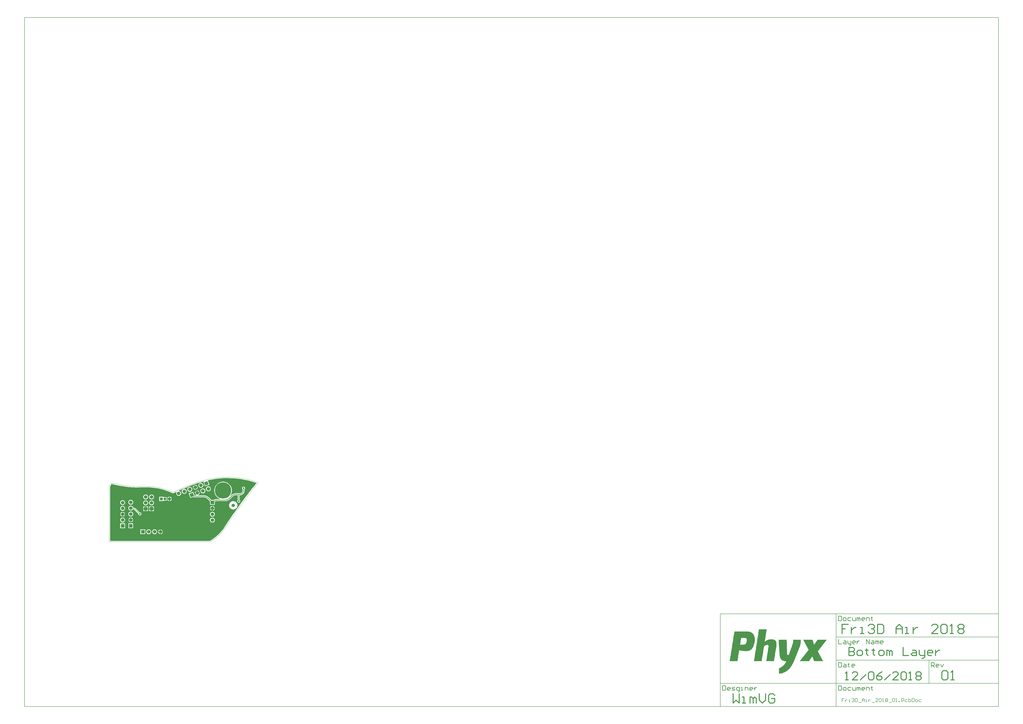
<source format=gbl>
G04*
G04 #@! TF.GenerationSoftware,Altium Limited,Altium Designer,18.1.6 (161)*
G04*
G04 Layer_Physical_Order=2*
G04 Layer_Color=33789*
%FSLAX25Y25*%
%MOIN*%
G70*
G01*
G75*
%ADD10C,0.00787*%
%ADD11C,0.00984*%
%ADD12C,0.00591*%
%ADD13C,0.01575*%
%ADD18C,0.00394*%
%ADD54C,0.05906*%
%ADD63R,0.05906X0.05906*%
%ADD64R,0.03937X0.03937*%
G04:AMPARAMS|DCode=65|XSize=39.37mil|YSize=39.37mil|CornerRadius=9.84mil|HoleSize=0mil|Usage=FLASHONLY|Rotation=0.000|XOffset=0mil|YOffset=0mil|HoleType=Round|Shape=RoundedRectangle|*
%AMROUNDEDRECTD65*
21,1,0.03937,0.01968,0,0,0.0*
21,1,0.01968,0.03937,0,0,0.0*
1,1,0.01968,0.00984,-0.00984*
1,1,0.01968,-0.00984,-0.00984*
1,1,0.01968,-0.00984,0.00984*
1,1,0.01968,0.00984,0.00984*
%
%ADD65ROUNDEDRECTD65*%
G04:AMPARAMS|DCode=66|XSize=49.21mil|YSize=49.21mil|CornerRadius=12.3mil|HoleSize=0mil|Usage=FLASHONLY|Rotation=0.000|XOffset=0mil|YOffset=0mil|HoleType=Round|Shape=RoundedRectangle|*
%AMROUNDEDRECTD66*
21,1,0.04921,0.02461,0,0,0.0*
21,1,0.02461,0.04921,0,0,0.0*
1,1,0.02461,0.01230,-0.01230*
1,1,0.02461,-0.01230,-0.01230*
1,1,0.02461,-0.01230,0.01230*
1,1,0.02461,0.01230,0.01230*
%
%ADD66ROUNDEDRECTD66*%
%ADD67R,0.04921X0.04921*%
%ADD68R,0.05906X0.05906*%
%ADD69C,0.05512*%
%ADD70P,0.08352X4X65.0*%
%ADD71C,0.27559*%
%ADD72C,0.02756*%
G36*
X36335Y107980D02*
X40830Y107718D01*
X45316Y107321D01*
X49788Y106789D01*
X54241Y106123D01*
X58672Y105323D01*
X63078Y104391D01*
X65265Y103859D01*
X66018Y103673D01*
X67526Y103277D01*
X69030Y102858D01*
X70526Y102417D01*
X71270Y102185D01*
X71274Y102185D01*
X71277Y102183D01*
X71571Y102093D01*
X72154Y101905D01*
X72735Y101709D01*
X73313Y101504D01*
X73600Y101398D01*
X73603Y101398D01*
X73606Y101396D01*
X78306Y99679D01*
X78439Y99196D01*
X75273Y95307D01*
X75269Y95299D01*
X75261Y95293D01*
X73877Y93550D01*
X73875Y93548D01*
X73873Y93546D01*
X71118Y90051D01*
X71116Y90047D01*
X71113Y90045D01*
X68375Y86536D01*
X68374Y86532D01*
X68371Y86530D01*
X65651Y83008D01*
X65649Y83005D01*
X65647Y83003D01*
X64294Y81236D01*
X64293Y81235D01*
X64292Y81234D01*
X61379Y77418D01*
X61377Y77413D01*
X61373Y77409D01*
X55602Y69735D01*
X55598Y69728D01*
X55593Y69723D01*
X49895Y61994D01*
X49892Y61987D01*
X49886Y61982D01*
X44263Y54200D01*
X44260Y54194D01*
X44256Y54190D01*
X41472Y50279D01*
X41471Y50276D01*
X41468Y50273D01*
X39889Y48033D01*
X39887Y48028D01*
X39884Y48024D01*
X36755Y43524D01*
X36752Y43518D01*
X36747Y43513D01*
X33655Y38988D01*
X33652Y38982D01*
X33648Y38977D01*
X30593Y34426D01*
X30591Y34421D01*
X30588Y34418D01*
X29074Y32133D01*
X29074Y32132D01*
X29074Y32132D01*
X28869Y31823D01*
X28868Y31819D01*
X28865Y31817D01*
X28459Y31196D01*
X28457Y31192D01*
X28453Y31188D01*
X28051Y30565D01*
X28049Y30560D01*
X28046Y30557D01*
X27648Y29931D01*
X27646Y29928D01*
X27643Y29925D01*
X27446Y29611D01*
X27445Y29610D01*
X27444Y29609D01*
X26673Y28380D01*
X26673Y28380D01*
X26673Y28379D01*
X25918Y27176D01*
X25173Y26003D01*
X24208Y24514D01*
X22128Y21619D01*
X19914Y18826D01*
X17569Y16141D01*
X15098Y13572D01*
X12509Y11122D01*
X9805Y8799D01*
X6995Y6607D01*
X5539Y5579D01*
X5534Y5574D01*
X5527Y5571D01*
X4754Y5015D01*
X3185Y3933D01*
X1596Y2884D01*
X-14Y1867D01*
X-447Y1606D01*
X-169762D01*
Y93776D01*
X-168831Y95637D01*
X-167486Y98136D01*
X-164662Y97455D01*
X-164643Y97454D01*
X-164625Y97446D01*
X-162034Y96885D01*
X-162022Y96884D01*
X-162011Y96880D01*
X-156812Y95834D01*
X-156796Y95834D01*
X-156781Y95828D01*
X-151563Y94885D01*
X-151547Y94885D01*
X-151531Y94880D01*
X-146295Y94041D01*
X-146283Y94041D01*
X-146272Y94037D01*
X-143648Y93657D01*
X-143639Y93657D01*
X-143631Y93655D01*
X-142524Y93506D01*
X-142516Y93507D01*
X-142508Y93504D01*
X-140291Y93230D01*
X-140280Y93230D01*
X-140270Y93227D01*
X-138050Y92982D01*
X-138039Y92983D01*
X-138029Y92980D01*
X-135805Y92764D01*
X-135797Y92765D01*
X-135790Y92762D01*
X-134677Y92665D01*
X-134671Y92666D01*
X-134666Y92664D01*
X-133578Y92577D01*
X-133565Y92579D01*
X-133554Y92576D01*
X-131375Y92435D01*
X-131359Y92437D01*
X-131343Y92433D01*
X-129162Y92336D01*
X-129146Y92338D01*
X-129130Y92335D01*
X-126948Y92282D01*
X-126936Y92284D01*
X-126923Y92281D01*
X-125832Y92272D01*
X-125825Y92273D01*
X-125818Y92272D01*
X-122624D01*
X-122595Y92277D01*
X-122566Y92273D01*
X-118140Y92430D01*
X-115986Y92492D01*
X-113870Y92534D01*
X-111780Y92549D01*
X-111776Y92550D01*
X-111772Y92549D01*
X-108940Y92584D01*
X-103276Y92398D01*
X-97628Y91959D01*
X-92004Y91266D01*
X-89221Y90796D01*
X-87220Y90431D01*
X-83232Y89516D01*
X-79290Y88422D01*
X-75401Y87153D01*
X-73487Y86431D01*
X-73484Y86431D01*
X-73482Y86429D01*
X-72578Y86092D01*
X-70774Y85406D01*
X-68976Y84709D01*
X-67180Y83999D01*
X-66286Y83639D01*
X-66284Y83639D01*
X-66283Y83637D01*
X-63505Y82526D01*
X-63199Y82469D01*
X-62893Y82412D01*
X-62891Y82412D01*
X-62889Y82412D01*
X-62583Y82477D01*
X-62280Y82540D01*
X-61264Y82972D01*
X-61259Y82976D01*
X-61253Y82977D01*
X-59229Y83859D01*
X-59222Y83864D01*
X-59213Y83865D01*
X-57200Y84768D01*
X-57192Y84773D01*
X-57184Y84775D01*
X-57040Y84842D01*
X-56697Y84449D01*
X-57013Y83954D01*
X-57340Y82916D01*
X-57388Y81829D01*
X-57152Y80766D01*
X-56649Y79801D01*
X-55914Y78998D01*
X-54996Y78413D01*
X-53958Y78086D01*
X-52870Y78039D01*
X-51808Y78274D01*
X-50842Y78777D01*
X-50040Y79512D01*
X-49455Y80430D01*
X-49128Y81468D01*
X-49080Y82556D01*
X-49316Y83618D01*
X-49818Y84584D01*
X-50554Y85386D01*
X-51472Y85971D01*
X-52510Y86298D01*
X-52822Y86312D01*
X-52920Y86817D01*
X-51773Y87335D01*
X-47190Y89350D01*
X-42587Y91315D01*
X-37962Y93233D01*
X-35643Y94166D01*
X-34350Y94681D01*
X-31746Y95685D01*
X-29132Y96661D01*
X-26507Y97609D01*
X-25190Y98070D01*
X-25189Y98070D01*
X-25188Y98070D01*
X-22291Y99086D01*
X-16442Y100945D01*
X-10944Y102516D01*
X-10790Y102040D01*
X-11548Y101764D01*
X-8720Y93995D01*
X-951Y96823D01*
X-3558Y103986D01*
X-3318Y104425D01*
X-1601Y104807D01*
X313Y105217D01*
X4173Y105939D01*
X8052Y106558D01*
X11945Y107074D01*
X15851Y107487D01*
X19767Y107796D01*
X23688Y108002D01*
X27615Y108104D01*
X29579Y108103D01*
X29581Y108103D01*
X29583Y108103D01*
X31834Y108107D01*
X36335Y107980D01*
D02*
G37*
G36*
X1047062Y-166394D02*
X1046775D01*
Y-166681D01*
X1046489D01*
Y-166967D01*
Y-167253D01*
X1046203D01*
Y-167539D01*
X1045916D01*
Y-167826D01*
X1045630D01*
Y-168112D01*
Y-168398D01*
X1045344D01*
Y-168685D01*
X1045057D01*
Y-168971D01*
X1044771D01*
Y-169257D01*
X1044485D01*
Y-169544D01*
Y-169830D01*
X1044198D01*
Y-170116D01*
X1043912D01*
Y-170403D01*
X1043626D01*
Y-170689D01*
Y-170975D01*
X1043340D01*
Y-171262D01*
X1043053D01*
Y-171548D01*
X1042767D01*
Y-171834D01*
X1042480D01*
Y-172120D01*
Y-172407D01*
X1042194D01*
Y-172693D01*
X1041908D01*
Y-172979D01*
X1041622D01*
Y-173266D01*
Y-173552D01*
X1041335D01*
Y-173838D01*
X1041049D01*
Y-174125D01*
X1040763D01*
Y-174411D01*
Y-174697D01*
X1040476D01*
Y-174984D01*
X1040190D01*
Y-175270D01*
X1039904D01*
Y-175556D01*
X1039617D01*
Y-175842D01*
Y-176129D01*
X1039331D01*
Y-176415D01*
X1039045D01*
Y-176701D01*
X1038758D01*
Y-176988D01*
Y-177274D01*
X1038472D01*
Y-177560D01*
X1038186D01*
Y-177847D01*
X1037899D01*
Y-178133D01*
Y-178419D01*
X1037613D01*
Y-178706D01*
X1037327D01*
Y-178992D01*
X1037041D01*
Y-179278D01*
X1036754D01*
Y-179565D01*
Y-179851D01*
X1036468D01*
Y-180137D01*
X1036182D01*
Y-180423D01*
X1035895D01*
Y-180710D01*
Y-180996D01*
X1035609D01*
Y-181282D01*
X1035323D01*
Y-181569D01*
X1035036D01*
Y-181855D01*
Y-182141D01*
X1034750D01*
Y-182428D01*
X1034464D01*
Y-182714D01*
X1034177D01*
Y-183000D01*
X1033891D01*
Y-183287D01*
Y-183573D01*
X1033605D01*
Y-183859D01*
X1033319D01*
Y-184146D01*
X1033032D01*
Y-184432D01*
Y-184718D01*
X1032746D01*
Y-185004D01*
X1032460D01*
Y-185291D01*
X1032173D01*
Y-185577D01*
X1031887D01*
Y-185863D01*
Y-186150D01*
X1032173D01*
Y-186436D01*
Y-186722D01*
X1032460D01*
Y-187009D01*
Y-187295D01*
X1032746D01*
Y-187581D01*
X1033032D01*
Y-187868D01*
Y-188154D01*
X1033319D01*
Y-188440D01*
Y-188727D01*
X1033605D01*
Y-189013D01*
Y-189299D01*
X1033891D01*
Y-189585D01*
Y-189872D01*
X1034177D01*
Y-190158D01*
Y-190444D01*
X1034464D01*
Y-190731D01*
Y-191017D01*
X1034750D01*
Y-191303D01*
Y-191590D01*
X1035036D01*
Y-191876D01*
Y-192162D01*
X1035323D01*
Y-192449D01*
X1035609D01*
Y-192735D01*
Y-193021D01*
X1035895D01*
Y-193308D01*
Y-193594D01*
X1036182D01*
Y-193880D01*
Y-194167D01*
X1036468D01*
Y-194453D01*
Y-194739D01*
X1036754D01*
Y-195025D01*
Y-195312D01*
X1037041D01*
Y-195598D01*
Y-195884D01*
X1037327D01*
Y-196171D01*
Y-196457D01*
X1037613D01*
Y-196743D01*
X1037899D01*
Y-197030D01*
Y-197316D01*
X1038186D01*
Y-197602D01*
Y-197889D01*
X1038472D01*
Y-198175D01*
Y-198461D01*
X1038758D01*
Y-198748D01*
Y-199034D01*
X1039045D01*
Y-199320D01*
Y-199606D01*
X1039331D01*
Y-199893D01*
Y-200179D01*
X1039617D01*
Y-200465D01*
Y-200752D01*
X1039904D01*
Y-201038D01*
X1040190D01*
Y-201324D01*
Y-201611D01*
X1040476D01*
Y-201897D01*
Y-202183D01*
X1040763D01*
Y-202470D01*
X1025588D01*
Y-202183D01*
X1025302D01*
Y-201897D01*
Y-201611D01*
Y-201324D01*
X1025016D01*
Y-201038D01*
Y-200752D01*
Y-200465D01*
X1024729D01*
Y-200179D01*
Y-199893D01*
X1024443D01*
Y-199606D01*
Y-199320D01*
Y-199034D01*
X1024156D01*
Y-198748D01*
Y-198461D01*
Y-198175D01*
X1023870D01*
Y-197889D01*
Y-197602D01*
X1023584D01*
Y-197316D01*
Y-197030D01*
Y-196743D01*
X1023298D01*
Y-196457D01*
Y-196171D01*
Y-195884D01*
X1023011D01*
Y-195598D01*
Y-195312D01*
Y-195025D01*
X1022725D01*
Y-194739D01*
X1022152D01*
Y-195025D01*
Y-195312D01*
X1021866D01*
Y-195598D01*
X1021580D01*
Y-195884D01*
Y-196171D01*
X1021293D01*
Y-196457D01*
X1021007D01*
Y-196743D01*
Y-197030D01*
X1020721D01*
Y-197316D01*
X1020434D01*
Y-197602D01*
Y-197889D01*
X1020148D01*
Y-198175D01*
X1019862D01*
Y-198461D01*
X1019576D01*
Y-198748D01*
Y-199034D01*
X1019289D01*
Y-199320D01*
X1019003D01*
Y-199606D01*
Y-199893D01*
X1018717D01*
Y-200179D01*
X1018430D01*
Y-200465D01*
Y-200752D01*
X1018144D01*
Y-201038D01*
X1017858D01*
Y-201324D01*
Y-201611D01*
X1017571D01*
Y-201897D01*
X1017285D01*
Y-202183D01*
Y-202470D01*
X1001252D01*
Y-202183D01*
X1001538D01*
Y-201897D01*
X1001824D01*
Y-201611D01*
X1002110D01*
Y-201324D01*
X1002397D01*
Y-201038D01*
Y-200752D01*
X1002683D01*
Y-200465D01*
X1002969D01*
Y-200179D01*
X1003256D01*
Y-199893D01*
X1003542D01*
Y-199606D01*
Y-199320D01*
X1003828D01*
Y-199034D01*
X1004115D01*
Y-198748D01*
X1004401D01*
Y-198461D01*
Y-198175D01*
X1004687D01*
Y-197889D01*
X1004974D01*
Y-197602D01*
X1005260D01*
Y-197316D01*
X1005546D01*
Y-197030D01*
Y-196743D01*
X1005832D01*
Y-196457D01*
X1006119D01*
Y-196171D01*
X1006405D01*
Y-195884D01*
X1006691D01*
Y-195598D01*
Y-195312D01*
X1006978D01*
Y-195025D01*
X1007264D01*
Y-194739D01*
X1007550D01*
Y-194453D01*
Y-194167D01*
X1007837D01*
Y-193880D01*
X1008123D01*
Y-193594D01*
X1008409D01*
Y-193308D01*
X1008696D01*
Y-193021D01*
Y-192735D01*
X1008982D01*
Y-192449D01*
X1009268D01*
Y-192162D01*
X1009555D01*
Y-191876D01*
Y-191590D01*
X1009841D01*
Y-191303D01*
X1010127D01*
Y-191017D01*
X1010413D01*
Y-190731D01*
X1010700D01*
Y-190444D01*
Y-190158D01*
X1010986D01*
Y-189872D01*
X1011272D01*
Y-189585D01*
X1011559D01*
Y-189299D01*
Y-189013D01*
X1011845D01*
Y-188727D01*
X1012131D01*
Y-188440D01*
X1012418D01*
Y-188154D01*
X1012704D01*
Y-187868D01*
Y-187581D01*
X1012990D01*
Y-187295D01*
X1013277D01*
Y-187009D01*
X1013563D01*
Y-186722D01*
X1013849D01*
Y-186436D01*
Y-186150D01*
X1014136D01*
Y-185863D01*
X1014422D01*
Y-185577D01*
X1014708D01*
Y-185291D01*
Y-185004D01*
X1014995D01*
Y-184718D01*
X1015281D01*
Y-184432D01*
X1015567D01*
Y-184146D01*
X1015853D01*
Y-183859D01*
Y-183573D01*
X1016140D01*
Y-183287D01*
Y-183000D01*
Y-182714D01*
X1015853D01*
Y-182428D01*
X1015567D01*
Y-182141D01*
Y-181855D01*
X1015281D01*
Y-181569D01*
Y-181282D01*
X1014995D01*
Y-180996D01*
Y-180710D01*
X1014708D01*
Y-180423D01*
Y-180137D01*
X1014422D01*
Y-179851D01*
Y-179565D01*
X1014136D01*
Y-179278D01*
Y-178992D01*
X1013849D01*
Y-178706D01*
X1013563D01*
Y-178419D01*
Y-178133D01*
X1013277D01*
Y-177847D01*
Y-177560D01*
X1012990D01*
Y-177274D01*
Y-176988D01*
X1012704D01*
Y-176701D01*
Y-176415D01*
X1012418D01*
Y-176129D01*
Y-175842D01*
X1012131D01*
Y-175556D01*
Y-175270D01*
X1011845D01*
Y-174984D01*
X1011559D01*
Y-174697D01*
Y-174411D01*
X1011272D01*
Y-174125D01*
Y-173838D01*
X1010986D01*
Y-173552D01*
Y-173266D01*
X1010700D01*
Y-172979D01*
Y-172693D01*
X1010413D01*
Y-172407D01*
Y-172120D01*
X1010127D01*
Y-171834D01*
Y-171548D01*
X1009841D01*
Y-171262D01*
Y-170975D01*
X1009555D01*
Y-170689D01*
X1009268D01*
Y-170403D01*
Y-170116D01*
X1008982D01*
Y-169830D01*
Y-169544D01*
X1008696D01*
Y-169257D01*
Y-168971D01*
X1008409D01*
Y-168685D01*
Y-168398D01*
X1008123D01*
Y-168112D01*
Y-167826D01*
X1007837D01*
Y-167539D01*
Y-167253D01*
X1007550D01*
Y-166967D01*
X1007264D01*
Y-166681D01*
Y-166394D01*
X1006978D01*
Y-166108D01*
X1022725D01*
Y-166394D01*
X1023011D01*
Y-166681D01*
Y-166967D01*
Y-167253D01*
X1023298D01*
Y-167539D01*
Y-167826D01*
Y-168112D01*
X1023584D01*
Y-168398D01*
Y-168685D01*
Y-168971D01*
X1023870D01*
Y-169257D01*
Y-169544D01*
Y-169830D01*
X1024156D01*
Y-170116D01*
Y-170403D01*
Y-170689D01*
X1024443D01*
Y-170975D01*
Y-171262D01*
Y-171548D01*
X1024729D01*
Y-171834D01*
Y-172120D01*
Y-172407D01*
X1025016D01*
Y-172693D01*
Y-172979D01*
Y-173266D01*
X1025302D01*
Y-173552D01*
Y-173838D01*
Y-174125D01*
Y-174411D01*
X1025874D01*
Y-174125D01*
X1026161D01*
Y-173838D01*
X1026447D01*
Y-173552D01*
Y-173266D01*
X1026733D01*
Y-172979D01*
X1027020D01*
Y-172693D01*
Y-172407D01*
X1027306D01*
Y-172120D01*
X1027592D01*
Y-171834D01*
Y-171548D01*
X1027879D01*
Y-171262D01*
X1028165D01*
Y-170975D01*
Y-170689D01*
X1028451D01*
Y-170403D01*
X1028738D01*
Y-170116D01*
Y-169830D01*
X1029024D01*
Y-169544D01*
X1029310D01*
Y-169257D01*
Y-168971D01*
X1029597D01*
Y-168685D01*
X1029883D01*
Y-168398D01*
Y-168112D01*
X1030169D01*
Y-167826D01*
X1030455D01*
Y-167539D01*
Y-167253D01*
X1030742D01*
Y-166967D01*
X1031028D01*
Y-166681D01*
Y-166394D01*
X1031314D01*
Y-166108D01*
X1047062D01*
Y-166394D01*
D02*
G37*
G36*
X913926Y-152365D02*
X915644D01*
Y-152651D01*
X916503D01*
Y-152937D01*
X917362D01*
Y-153224D01*
X918221D01*
Y-153510D01*
X918793D01*
Y-153796D01*
X919080D01*
Y-154083D01*
X919652D01*
Y-154369D01*
X919939D01*
Y-154655D01*
X920511D01*
Y-154942D01*
X920798D01*
Y-155228D01*
X921084D01*
Y-155514D01*
X921370D01*
Y-155801D01*
X921657D01*
Y-156087D01*
X921943D01*
Y-156373D01*
X922229D01*
Y-156659D01*
Y-156946D01*
X922515D01*
Y-157232D01*
X922802D01*
Y-157518D01*
Y-157805D01*
X923088D01*
Y-158091D01*
X923374D01*
Y-158377D01*
Y-158664D01*
X923661D01*
Y-158950D01*
Y-159236D01*
Y-159523D01*
X923947D01*
Y-159809D01*
Y-160095D01*
Y-160382D01*
X924233D01*
Y-160668D01*
Y-160954D01*
Y-161240D01*
Y-161527D01*
X924520D01*
Y-161813D01*
Y-162100D01*
Y-162386D01*
Y-162672D01*
Y-162958D01*
X924806D01*
Y-163245D01*
Y-163531D01*
Y-163817D01*
Y-164104D01*
Y-164390D01*
Y-164676D01*
Y-164963D01*
Y-165249D01*
Y-165535D01*
Y-165822D01*
Y-166108D01*
Y-166394D01*
Y-166681D01*
Y-166967D01*
Y-167253D01*
Y-167539D01*
Y-167826D01*
Y-168112D01*
Y-168398D01*
Y-168685D01*
X924520D01*
Y-168971D01*
Y-169257D01*
Y-169544D01*
Y-169830D01*
Y-170116D01*
Y-170403D01*
Y-170689D01*
X924233D01*
Y-170975D01*
Y-171262D01*
Y-171548D01*
Y-171834D01*
Y-172120D01*
X923947D01*
Y-172407D01*
Y-172693D01*
Y-172979D01*
Y-173266D01*
Y-173552D01*
X923661D01*
Y-173838D01*
Y-174125D01*
Y-174411D01*
X923374D01*
Y-174697D01*
Y-174984D01*
Y-175270D01*
Y-175556D01*
X923088D01*
Y-175842D01*
Y-176129D01*
Y-176415D01*
X922802D01*
Y-176701D01*
Y-176988D01*
X922515D01*
Y-177274D01*
Y-177560D01*
Y-177847D01*
X922229D01*
Y-178133D01*
Y-178419D01*
X921943D01*
Y-178706D01*
Y-178992D01*
X921657D01*
Y-179278D01*
Y-179565D01*
X921370D01*
Y-179851D01*
X921084D01*
Y-180137D01*
Y-180423D01*
X920798D01*
Y-180710D01*
X920511D01*
Y-180996D01*
X920225D01*
Y-181282D01*
Y-181569D01*
X919939D01*
Y-181855D01*
X919652D01*
Y-182141D01*
X919366D01*
Y-182428D01*
X919080D01*
Y-182714D01*
X918793D01*
Y-183000D01*
X918221D01*
Y-183287D01*
X917934D01*
Y-183573D01*
X917362D01*
Y-183859D01*
X917076D01*
Y-184146D01*
X916503D01*
Y-184432D01*
X915644D01*
Y-184718D01*
X914785D01*
Y-185004D01*
X913926D01*
Y-185291D01*
X912208D01*
Y-185577D01*
X907055D01*
Y-185291D01*
X904478D01*
Y-185004D01*
X902474D01*
Y-184718D01*
X901042D01*
Y-184432D01*
X899610D01*
Y-184146D01*
X898179D01*
Y-184432D01*
Y-184718D01*
Y-185004D01*
Y-185291D01*
Y-185577D01*
Y-185863D01*
Y-186150D01*
X897892D01*
Y-186436D01*
Y-186722D01*
Y-187009D01*
Y-187295D01*
Y-187581D01*
Y-187868D01*
X897606D01*
Y-188154D01*
Y-188440D01*
Y-188727D01*
Y-189013D01*
Y-189299D01*
Y-189585D01*
X897320D01*
Y-189872D01*
Y-190158D01*
Y-190444D01*
Y-190731D01*
Y-191017D01*
Y-191303D01*
Y-191590D01*
X897034D01*
Y-191876D01*
Y-192162D01*
Y-192449D01*
Y-192735D01*
Y-193021D01*
Y-193308D01*
X896747D01*
Y-193594D01*
Y-193880D01*
Y-194167D01*
Y-194453D01*
Y-194739D01*
Y-195025D01*
X896461D01*
Y-195312D01*
Y-195598D01*
Y-195884D01*
Y-196171D01*
Y-196457D01*
Y-196743D01*
Y-197030D01*
X896175D01*
Y-197316D01*
Y-197602D01*
Y-197889D01*
Y-198175D01*
Y-198461D01*
Y-198748D01*
X895888D01*
Y-199034D01*
Y-199320D01*
Y-199606D01*
Y-199893D01*
Y-200179D01*
Y-200465D01*
X895602D01*
Y-200752D01*
Y-201038D01*
Y-201324D01*
Y-201611D01*
Y-201897D01*
Y-202183D01*
Y-202470D01*
X882145D01*
Y-202183D01*
X882432D01*
Y-201897D01*
Y-201611D01*
Y-201324D01*
Y-201038D01*
Y-200752D01*
X882718D01*
Y-200465D01*
Y-200179D01*
Y-199893D01*
Y-199606D01*
Y-199320D01*
Y-199034D01*
Y-198748D01*
X883004D01*
Y-198461D01*
Y-198175D01*
Y-197889D01*
Y-197602D01*
Y-197316D01*
Y-197030D01*
X883291D01*
Y-196743D01*
Y-196457D01*
Y-196171D01*
Y-195884D01*
Y-195598D01*
Y-195312D01*
X883577D01*
Y-195025D01*
Y-194739D01*
Y-194453D01*
Y-194167D01*
Y-193880D01*
Y-193594D01*
Y-193308D01*
X883863D01*
Y-193021D01*
Y-192735D01*
Y-192449D01*
Y-192162D01*
Y-191876D01*
Y-191590D01*
X884149D01*
Y-191303D01*
Y-191017D01*
Y-190731D01*
Y-190444D01*
Y-190158D01*
Y-189872D01*
X884436D01*
Y-189585D01*
Y-189299D01*
Y-189013D01*
Y-188727D01*
Y-188440D01*
Y-188154D01*
X884722D01*
Y-187868D01*
Y-187581D01*
Y-187295D01*
Y-187009D01*
Y-186722D01*
Y-186436D01*
Y-186150D01*
X885009D01*
Y-185863D01*
Y-185577D01*
Y-185291D01*
Y-185004D01*
Y-184718D01*
Y-184432D01*
X885295D01*
Y-184146D01*
Y-183859D01*
Y-183573D01*
Y-183287D01*
Y-183000D01*
Y-182714D01*
X885581D01*
Y-182428D01*
Y-182141D01*
Y-181855D01*
Y-181569D01*
Y-181282D01*
Y-180996D01*
X885867D01*
Y-180710D01*
Y-180423D01*
Y-180137D01*
Y-179851D01*
Y-179565D01*
Y-179278D01*
Y-178992D01*
X886154D01*
Y-178706D01*
Y-178419D01*
Y-178133D01*
Y-177847D01*
Y-177560D01*
Y-177274D01*
X886440D01*
Y-176988D01*
Y-176701D01*
Y-176415D01*
Y-176129D01*
Y-175842D01*
Y-175556D01*
X886726D01*
Y-175270D01*
Y-174984D01*
Y-174697D01*
Y-174411D01*
Y-174125D01*
Y-173838D01*
Y-173552D01*
X887013D01*
Y-173266D01*
Y-172979D01*
Y-172693D01*
Y-172407D01*
Y-172120D01*
Y-171834D01*
X887299D01*
Y-171548D01*
Y-171262D01*
Y-170975D01*
Y-170689D01*
Y-170403D01*
Y-170116D01*
X887585D01*
Y-169830D01*
Y-169544D01*
Y-169257D01*
Y-168971D01*
Y-168685D01*
Y-168398D01*
X887872D01*
Y-168112D01*
Y-167826D01*
Y-167539D01*
Y-167253D01*
Y-166967D01*
Y-166681D01*
Y-166394D01*
X888158D01*
Y-166108D01*
Y-165822D01*
Y-165535D01*
Y-165249D01*
Y-164963D01*
Y-164676D01*
X888444D01*
Y-164390D01*
Y-164104D01*
Y-163817D01*
Y-163531D01*
Y-163245D01*
Y-162958D01*
X888731D01*
Y-162672D01*
Y-162386D01*
Y-162100D01*
Y-161813D01*
Y-161527D01*
Y-161240D01*
Y-160954D01*
X889017D01*
Y-160668D01*
Y-160382D01*
Y-160095D01*
Y-159809D01*
Y-159523D01*
Y-159236D01*
X889303D01*
Y-158950D01*
Y-158664D01*
Y-158377D01*
Y-158091D01*
Y-157805D01*
Y-157518D01*
X889590D01*
Y-157232D01*
Y-156946D01*
Y-156659D01*
Y-156373D01*
Y-156087D01*
Y-155801D01*
Y-155514D01*
X889876D01*
Y-155228D01*
Y-154942D01*
Y-154655D01*
Y-154369D01*
Y-154083D01*
Y-153796D01*
X890162D01*
Y-153510D01*
Y-153224D01*
Y-152937D01*
Y-152651D01*
Y-152365D01*
Y-152078D01*
X913926D01*
Y-152365D01*
D02*
G37*
G36*
X1002969Y-166394D02*
Y-166681D01*
Y-166967D01*
Y-167253D01*
Y-167539D01*
Y-167826D01*
Y-168112D01*
Y-168398D01*
Y-168685D01*
Y-168971D01*
Y-169257D01*
Y-169544D01*
Y-169830D01*
Y-170116D01*
Y-170403D01*
Y-170689D01*
Y-170975D01*
Y-171262D01*
Y-171548D01*
Y-171834D01*
Y-172120D01*
X1002683D01*
Y-172407D01*
Y-172693D01*
Y-172979D01*
Y-173266D01*
Y-173552D01*
X1002397D01*
Y-173838D01*
Y-174125D01*
Y-174411D01*
Y-174697D01*
X1002110D01*
Y-174984D01*
Y-175270D01*
Y-175556D01*
Y-175842D01*
X1001824D01*
Y-176129D01*
Y-176415D01*
Y-176701D01*
X1001538D01*
Y-176988D01*
Y-177274D01*
Y-177560D01*
X1001252D01*
Y-177847D01*
Y-178133D01*
Y-178419D01*
X1000965D01*
Y-178706D01*
Y-178992D01*
Y-179278D01*
X1000679D01*
Y-179565D01*
Y-179851D01*
X1000393D01*
Y-180137D01*
Y-180423D01*
X1000106D01*
Y-180710D01*
Y-180996D01*
Y-181282D01*
X999820D01*
Y-181569D01*
Y-181855D01*
X999534D01*
Y-182141D01*
Y-182428D01*
Y-182714D01*
X999247D01*
Y-183000D01*
Y-183287D01*
X998961D01*
Y-183573D01*
Y-183859D01*
Y-184146D01*
X998675D01*
Y-184432D01*
Y-184718D01*
X998388D01*
Y-185004D01*
Y-185291D01*
Y-185577D01*
X998102D01*
Y-185863D01*
Y-186150D01*
X997816D01*
Y-186436D01*
Y-186722D01*
Y-187009D01*
X997529D01*
Y-187295D01*
Y-187581D01*
X997243D01*
Y-187868D01*
Y-188154D01*
Y-188440D01*
X996957D01*
Y-188727D01*
Y-189013D01*
X996671D01*
Y-189299D01*
Y-189585D01*
Y-189872D01*
X996384D01*
Y-190158D01*
Y-190444D01*
X996098D01*
Y-190731D01*
Y-191017D01*
Y-191303D01*
X995811D01*
Y-191590D01*
Y-191876D01*
X995525D01*
Y-192162D01*
Y-192449D01*
Y-192735D01*
X995239D01*
Y-193021D01*
Y-193308D01*
X994953D01*
Y-193594D01*
Y-193880D01*
Y-194167D01*
X994666D01*
Y-194453D01*
Y-194739D01*
X994380D01*
Y-195025D01*
Y-195312D01*
Y-195598D01*
X994094D01*
Y-195884D01*
Y-196171D01*
X993807D01*
Y-196457D01*
Y-196743D01*
Y-197030D01*
X993521D01*
Y-197316D01*
Y-197602D01*
X993235D01*
Y-197889D01*
Y-198175D01*
Y-198461D01*
X992948D01*
Y-198748D01*
Y-199034D01*
X992662D01*
Y-199320D01*
Y-199606D01*
Y-199893D01*
X992376D01*
Y-200179D01*
Y-200465D01*
X992089D01*
Y-200752D01*
Y-201038D01*
Y-201324D01*
X991803D01*
Y-201611D01*
Y-201897D01*
X991517D01*
Y-202183D01*
Y-202470D01*
Y-202756D01*
X991230D01*
Y-203042D01*
Y-203328D01*
X990944D01*
Y-203615D01*
Y-203901D01*
X990658D01*
Y-204187D01*
Y-204474D01*
X990372D01*
Y-204760D01*
Y-205046D01*
Y-205333D01*
X990085D01*
Y-205619D01*
X989799D01*
Y-205905D01*
Y-206192D01*
Y-206478D01*
X989513D01*
Y-206764D01*
X989226D01*
Y-207051D01*
Y-207337D01*
X988940D01*
Y-207623D01*
Y-207909D01*
X988654D01*
Y-208196D01*
Y-208482D01*
X988367D01*
Y-208769D01*
Y-209055D01*
X988081D01*
Y-209341D01*
X987795D01*
Y-209627D01*
Y-209914D01*
X987508D01*
Y-210200D01*
Y-210486D01*
X987222D01*
Y-210773D01*
X986936D01*
Y-211059D01*
X986650D01*
Y-211345D01*
Y-211632D01*
X986363D01*
Y-211918D01*
X986077D01*
Y-212204D01*
Y-212491D01*
X985791D01*
Y-212777D01*
X985504D01*
Y-213063D01*
X985218D01*
Y-213350D01*
Y-213636D01*
X984932D01*
Y-213922D01*
X984645D01*
Y-214208D01*
X984359D01*
Y-214495D01*
X984073D01*
Y-214781D01*
X983786D01*
Y-215067D01*
Y-215354D01*
X983500D01*
Y-215640D01*
X983214D01*
Y-215926D01*
X982928D01*
Y-216213D01*
X982641D01*
Y-216499D01*
X982355D01*
Y-216785D01*
X982069D01*
Y-217072D01*
X981782D01*
Y-217358D01*
X981210D01*
Y-217644D01*
X980923D01*
Y-217931D01*
X980637D01*
Y-218217D01*
X980351D01*
Y-218503D01*
X980064D01*
Y-218789D01*
X979492D01*
Y-219076D01*
X979205D01*
Y-219362D01*
X978633D01*
Y-219648D01*
X978347D01*
Y-219935D01*
X977774D01*
Y-220221D01*
X977487D01*
Y-220507D01*
X976915D01*
Y-220794D01*
X976342D01*
Y-221080D01*
X975770D01*
Y-221366D01*
X975197D01*
Y-221653D01*
X974624D01*
Y-221939D01*
X973765D01*
Y-222225D01*
X973193D01*
Y-222512D01*
X972334D01*
Y-222798D01*
X971189D01*
Y-223084D01*
X970043D01*
Y-223370D01*
X968326D01*
Y-223657D01*
X966321D01*
Y-223943D01*
X966035D01*
Y-223657D01*
Y-223370D01*
Y-223084D01*
Y-222798D01*
Y-222512D01*
Y-222225D01*
Y-221939D01*
Y-221653D01*
Y-221366D01*
Y-221080D01*
Y-220794D01*
Y-220507D01*
Y-220221D01*
Y-219935D01*
Y-219648D01*
Y-219362D01*
Y-219076D01*
Y-218789D01*
Y-218503D01*
Y-218217D01*
Y-217931D01*
Y-217644D01*
Y-217358D01*
Y-217072D01*
Y-216785D01*
Y-216499D01*
Y-216213D01*
Y-215926D01*
Y-215640D01*
Y-215354D01*
Y-215067D01*
Y-214781D01*
Y-214495D01*
X966608D01*
Y-214208D01*
X967180D01*
Y-213922D01*
X967753D01*
Y-213636D01*
X968326D01*
Y-213350D01*
X968898D01*
Y-213063D01*
X969471D01*
Y-212777D01*
X969757D01*
Y-212491D01*
X970330D01*
Y-212204D01*
X970616D01*
Y-211918D01*
X971189D01*
Y-211632D01*
X971475D01*
Y-211345D01*
X971761D01*
Y-211059D01*
X972334D01*
Y-210773D01*
X972620D01*
Y-210486D01*
X972906D01*
Y-210200D01*
X973193D01*
Y-209914D01*
X973479D01*
Y-209627D01*
X973765D01*
Y-209341D01*
X974052D01*
Y-209055D01*
X974338D01*
Y-208769D01*
X974624D01*
Y-208482D01*
X974911D01*
Y-208196D01*
X975197D01*
Y-207909D01*
X975483D01*
Y-207623D01*
Y-207337D01*
X975770D01*
Y-207051D01*
X976056D01*
Y-206764D01*
X976342D01*
Y-206478D01*
Y-206192D01*
X976629D01*
Y-205905D01*
X976915D01*
Y-205619D01*
Y-205333D01*
X977201D01*
Y-205046D01*
Y-204760D01*
X977487D01*
Y-204474D01*
X977774D01*
Y-204187D01*
Y-203901D01*
X978060D01*
Y-203615D01*
Y-203328D01*
X978347D01*
Y-203042D01*
Y-202756D01*
X976629D01*
Y-202470D01*
X974624D01*
Y-202183D01*
X973479D01*
Y-201897D01*
X972906D01*
Y-201611D01*
X972048D01*
Y-201324D01*
X971475D01*
Y-201038D01*
X971189D01*
Y-200752D01*
X970616D01*
Y-200465D01*
X970330D01*
Y-200179D01*
X970043D01*
Y-199893D01*
X969757D01*
Y-199606D01*
X969471D01*
Y-199320D01*
X969184D01*
Y-199034D01*
Y-198748D01*
X968898D01*
Y-198461D01*
X968612D01*
Y-198175D01*
Y-197889D01*
X968326D01*
Y-197602D01*
Y-197316D01*
X968039D01*
Y-197030D01*
Y-196743D01*
X967753D01*
Y-196457D01*
Y-196171D01*
Y-195884D01*
X967467D01*
Y-195598D01*
Y-195312D01*
Y-195025D01*
Y-194739D01*
X967180D01*
Y-194453D01*
Y-194167D01*
Y-193880D01*
Y-193594D01*
Y-193308D01*
Y-193021D01*
Y-192735D01*
X966894D01*
Y-192449D01*
Y-192162D01*
Y-191876D01*
Y-191590D01*
Y-191303D01*
Y-191017D01*
Y-190731D01*
Y-190444D01*
Y-190158D01*
Y-189872D01*
Y-189585D01*
Y-189299D01*
Y-189013D01*
Y-188727D01*
Y-188440D01*
X966608D01*
Y-188154D01*
Y-187868D01*
Y-187581D01*
Y-187295D01*
Y-187009D01*
Y-186722D01*
Y-186436D01*
Y-186150D01*
Y-185863D01*
Y-185577D01*
Y-185291D01*
Y-185004D01*
Y-184718D01*
Y-184432D01*
Y-184146D01*
X966321D01*
Y-183859D01*
Y-183573D01*
Y-183287D01*
Y-183000D01*
Y-182714D01*
Y-182428D01*
Y-182141D01*
Y-181855D01*
Y-181569D01*
Y-181282D01*
Y-180996D01*
Y-180710D01*
Y-180423D01*
Y-180137D01*
Y-179851D01*
Y-179565D01*
X966035D01*
Y-179278D01*
Y-178992D01*
Y-178706D01*
Y-178419D01*
Y-178133D01*
Y-177847D01*
Y-177560D01*
Y-177274D01*
Y-176988D01*
Y-176701D01*
Y-176415D01*
Y-176129D01*
Y-175842D01*
Y-175556D01*
Y-175270D01*
Y-174984D01*
X965749D01*
Y-174697D01*
Y-174411D01*
Y-174125D01*
Y-173838D01*
Y-173552D01*
Y-173266D01*
Y-172979D01*
Y-172693D01*
Y-172407D01*
Y-172120D01*
Y-171834D01*
Y-171548D01*
Y-171262D01*
Y-170975D01*
X965462D01*
Y-170689D01*
Y-170403D01*
Y-170116D01*
Y-169830D01*
Y-169544D01*
Y-169257D01*
Y-168971D01*
Y-168685D01*
Y-168398D01*
Y-168112D01*
Y-167826D01*
Y-167539D01*
Y-167253D01*
Y-166967D01*
Y-166681D01*
Y-166394D01*
X965176D01*
Y-166108D01*
X978919D01*
Y-166394D01*
Y-166681D01*
Y-166967D01*
Y-167253D01*
Y-167539D01*
Y-167826D01*
Y-168112D01*
Y-168398D01*
Y-168685D01*
Y-168971D01*
Y-169257D01*
Y-169544D01*
Y-169830D01*
Y-170116D01*
X979205D01*
Y-170403D01*
Y-170689D01*
Y-170975D01*
Y-171262D01*
Y-171548D01*
Y-171834D01*
Y-172120D01*
Y-172407D01*
Y-172693D01*
Y-172979D01*
Y-173266D01*
Y-173552D01*
Y-173838D01*
Y-174125D01*
Y-174411D01*
Y-174697D01*
Y-174984D01*
Y-175270D01*
Y-175556D01*
Y-175842D01*
Y-176129D01*
Y-176415D01*
Y-176701D01*
Y-176988D01*
Y-177274D01*
Y-177560D01*
Y-177847D01*
Y-178133D01*
Y-178419D01*
Y-178706D01*
Y-178992D01*
Y-179278D01*
Y-179565D01*
Y-179851D01*
Y-180137D01*
Y-180423D01*
Y-180710D01*
Y-180996D01*
Y-181282D01*
Y-181569D01*
Y-181855D01*
X979492D01*
Y-182141D01*
X979205D01*
Y-182428D01*
Y-182714D01*
X979492D01*
Y-183000D01*
Y-183287D01*
Y-183573D01*
Y-183859D01*
Y-184146D01*
Y-184432D01*
Y-184718D01*
Y-185004D01*
Y-185291D01*
Y-185577D01*
Y-185863D01*
Y-186150D01*
Y-186436D01*
Y-186722D01*
Y-187009D01*
Y-187295D01*
Y-187581D01*
Y-187868D01*
Y-188154D01*
Y-188440D01*
Y-188727D01*
Y-189013D01*
Y-189299D01*
Y-189585D01*
Y-189872D01*
Y-190158D01*
X979778D01*
Y-190444D01*
Y-190731D01*
Y-191017D01*
X980064D01*
Y-191303D01*
X980351D01*
Y-191590D01*
X980637D01*
Y-191876D01*
X981496D01*
Y-192162D01*
X982355D01*
Y-191876D01*
X982641D01*
Y-191590D01*
Y-191303D01*
Y-191017D01*
X982928D01*
Y-190731D01*
Y-190444D01*
X983214D01*
Y-190158D01*
Y-189872D01*
Y-189585D01*
X983500D01*
Y-189299D01*
Y-189013D01*
Y-188727D01*
X983786D01*
Y-188440D01*
Y-188154D01*
Y-187868D01*
X984073D01*
Y-187581D01*
Y-187295D01*
Y-187009D01*
X984359D01*
Y-186722D01*
Y-186436D01*
X984645D01*
Y-186150D01*
Y-185863D01*
Y-185577D01*
X984932D01*
Y-185291D01*
Y-185004D01*
Y-184718D01*
X985218D01*
Y-184432D01*
Y-184146D01*
Y-183859D01*
X985504D01*
Y-183573D01*
Y-183287D01*
X985791D01*
Y-183000D01*
Y-182714D01*
Y-182428D01*
X986077D01*
Y-182141D01*
Y-181855D01*
Y-181569D01*
X986363D01*
Y-181282D01*
Y-180996D01*
Y-180710D01*
X986650D01*
Y-180423D01*
Y-180137D01*
X986936D01*
Y-179851D01*
Y-179565D01*
Y-179278D01*
X987222D01*
Y-178992D01*
Y-178706D01*
Y-178419D01*
X987508D01*
Y-178133D01*
Y-177847D01*
Y-177560D01*
X987795D01*
Y-177274D01*
Y-176988D01*
X988081D01*
Y-176701D01*
Y-176415D01*
Y-176129D01*
X988367D01*
Y-175842D01*
Y-175556D01*
Y-175270D01*
X988654D01*
Y-174984D01*
Y-174697D01*
Y-174411D01*
X988940D01*
Y-174125D01*
Y-173838D01*
Y-173552D01*
Y-173266D01*
X989226D01*
Y-172979D01*
Y-172693D01*
Y-172407D01*
Y-172120D01*
X989513D01*
Y-171834D01*
Y-171548D01*
Y-171262D01*
Y-170975D01*
Y-170689D01*
X989799D01*
Y-170403D01*
Y-170116D01*
Y-169830D01*
Y-169544D01*
Y-169257D01*
Y-168971D01*
X990085D01*
Y-168685D01*
Y-168398D01*
Y-168112D01*
Y-167826D01*
Y-167539D01*
Y-167253D01*
Y-166967D01*
Y-166681D01*
Y-166394D01*
Y-166108D01*
X1002969D01*
Y-166394D01*
D02*
G37*
G36*
X945134Y-148929D02*
Y-149215D01*
X944848D01*
Y-149502D01*
Y-149788D01*
Y-150074D01*
Y-150361D01*
Y-150647D01*
Y-150933D01*
X944561D01*
Y-151220D01*
Y-151506D01*
Y-151792D01*
Y-152078D01*
Y-152365D01*
Y-152651D01*
X944275D01*
Y-152937D01*
Y-153224D01*
Y-153510D01*
Y-153796D01*
Y-154083D01*
Y-154369D01*
Y-154655D01*
X943989D01*
Y-154942D01*
Y-155228D01*
Y-155514D01*
Y-155801D01*
Y-156087D01*
Y-156373D01*
X943703D01*
Y-156659D01*
Y-156946D01*
Y-157232D01*
Y-157518D01*
Y-157805D01*
Y-158091D01*
X943416D01*
Y-158377D01*
Y-158664D01*
Y-158950D01*
Y-159236D01*
Y-159523D01*
Y-159809D01*
Y-160095D01*
X943130D01*
Y-160382D01*
Y-160668D01*
Y-160954D01*
Y-161240D01*
Y-161527D01*
Y-161813D01*
X942844D01*
Y-162100D01*
Y-162386D01*
Y-162672D01*
Y-162958D01*
Y-163245D01*
Y-163531D01*
X942557D01*
Y-163817D01*
Y-164104D01*
Y-164390D01*
Y-164676D01*
Y-164963D01*
Y-165249D01*
X942271D01*
Y-165535D01*
Y-165822D01*
Y-166108D01*
Y-166394D01*
Y-166681D01*
Y-166967D01*
Y-167253D01*
X941985D01*
Y-167539D01*
Y-167826D01*
Y-168112D01*
Y-168398D01*
Y-168685D01*
Y-168971D01*
X941698D01*
Y-169257D01*
Y-169544D01*
X942271D01*
Y-169257D01*
X942557D01*
Y-168971D01*
X942844D01*
Y-168685D01*
X943416D01*
Y-168398D01*
X943703D01*
Y-168112D01*
X943989D01*
Y-167826D01*
X944561D01*
Y-167539D01*
X945134D01*
Y-167253D01*
X945420D01*
Y-166967D01*
X945993D01*
Y-166681D01*
X946852D01*
Y-166394D01*
X947425D01*
Y-166108D01*
X948284D01*
Y-165822D01*
X949715D01*
Y-165535D01*
X956014D01*
Y-165822D01*
X957159D01*
Y-166108D01*
X958018D01*
Y-166394D01*
X958591D01*
Y-166681D01*
X958877D01*
Y-166967D01*
X959450D01*
Y-167253D01*
X959736D01*
Y-167539D01*
X960022D01*
Y-167826D01*
X960309D01*
Y-168112D01*
X960595D01*
Y-168398D01*
Y-168685D01*
X960881D01*
Y-168971D01*
Y-169257D01*
X961168D01*
Y-169544D01*
Y-169830D01*
Y-170116D01*
X961454D01*
Y-170403D01*
Y-170689D01*
Y-170975D01*
Y-171262D01*
X961740D01*
Y-171548D01*
Y-171834D01*
Y-172120D01*
Y-172407D01*
Y-172693D01*
Y-172979D01*
Y-173266D01*
Y-173552D01*
Y-173838D01*
Y-174125D01*
Y-174411D01*
Y-174697D01*
Y-174984D01*
Y-175270D01*
Y-175556D01*
Y-175842D01*
Y-176129D01*
Y-176415D01*
X961454D01*
Y-176701D01*
Y-176988D01*
Y-177274D01*
Y-177560D01*
Y-177847D01*
Y-178133D01*
Y-178419D01*
X961168D01*
Y-178706D01*
Y-178992D01*
Y-179278D01*
Y-179565D01*
Y-179851D01*
Y-180137D01*
Y-180423D01*
X960881D01*
Y-180710D01*
Y-180996D01*
Y-181282D01*
Y-181569D01*
Y-181855D01*
Y-182141D01*
X960595D01*
Y-182428D01*
Y-182714D01*
Y-183000D01*
Y-183287D01*
Y-183573D01*
Y-183859D01*
X960309D01*
Y-184146D01*
Y-184432D01*
Y-184718D01*
Y-185004D01*
Y-185291D01*
Y-185577D01*
X960022D01*
Y-185863D01*
Y-186150D01*
Y-186436D01*
Y-186722D01*
Y-187009D01*
Y-187295D01*
Y-187581D01*
X959736D01*
Y-187868D01*
Y-188154D01*
Y-188440D01*
Y-188727D01*
Y-189013D01*
Y-189299D01*
X959450D01*
Y-189585D01*
Y-189872D01*
Y-190158D01*
Y-190444D01*
Y-190731D01*
Y-191017D01*
X959163D01*
Y-191303D01*
Y-191590D01*
Y-191876D01*
Y-192162D01*
Y-192449D01*
Y-192735D01*
Y-193021D01*
X958877D01*
Y-193308D01*
Y-193594D01*
Y-193880D01*
Y-194167D01*
Y-194453D01*
Y-194739D01*
X958591D01*
Y-195025D01*
Y-195312D01*
Y-195598D01*
Y-195884D01*
Y-196171D01*
Y-196457D01*
X958305D01*
Y-196743D01*
Y-197030D01*
Y-197316D01*
Y-197602D01*
Y-197889D01*
Y-198175D01*
X958018D01*
Y-198461D01*
Y-198748D01*
Y-199034D01*
Y-199320D01*
Y-199606D01*
Y-199893D01*
Y-200179D01*
X957732D01*
Y-200465D01*
Y-200752D01*
Y-201038D01*
Y-201324D01*
Y-201611D01*
Y-201897D01*
X957446D01*
Y-202183D01*
Y-202470D01*
X944275D01*
Y-202183D01*
Y-201897D01*
X944561D01*
Y-201611D01*
Y-201324D01*
Y-201038D01*
Y-200752D01*
Y-200465D01*
Y-200179D01*
X944848D01*
Y-199893D01*
Y-199606D01*
Y-199320D01*
Y-199034D01*
Y-198748D01*
Y-198461D01*
Y-198175D01*
X945134D01*
Y-197889D01*
Y-197602D01*
Y-197316D01*
Y-197030D01*
Y-196743D01*
Y-196457D01*
X945420D01*
Y-196171D01*
Y-195884D01*
Y-195598D01*
Y-195312D01*
Y-195025D01*
Y-194739D01*
X945707D01*
Y-194453D01*
Y-194167D01*
Y-193880D01*
Y-193594D01*
Y-193308D01*
Y-193021D01*
Y-192735D01*
X945993D01*
Y-192449D01*
Y-192162D01*
Y-191876D01*
Y-191590D01*
Y-191303D01*
Y-191017D01*
X946279D01*
Y-190731D01*
Y-190444D01*
Y-190158D01*
Y-189872D01*
Y-189585D01*
Y-189299D01*
Y-189013D01*
X946566D01*
Y-188727D01*
Y-188440D01*
Y-188154D01*
Y-187868D01*
Y-187581D01*
Y-187295D01*
X946852D01*
Y-187009D01*
Y-186722D01*
Y-186436D01*
Y-186150D01*
Y-185863D01*
Y-185577D01*
X947138D01*
Y-185291D01*
Y-185004D01*
Y-184718D01*
Y-184432D01*
Y-184146D01*
Y-183859D01*
X947425D01*
Y-183573D01*
Y-183287D01*
Y-183000D01*
Y-182714D01*
Y-182428D01*
Y-182141D01*
Y-181855D01*
X947711D01*
Y-181569D01*
Y-181282D01*
Y-180996D01*
Y-180710D01*
Y-180423D01*
Y-180137D01*
X947997D01*
Y-179851D01*
Y-179565D01*
Y-179278D01*
Y-178992D01*
Y-178706D01*
Y-178419D01*
Y-178133D01*
X948284D01*
Y-177847D01*
Y-177560D01*
Y-177274D01*
Y-176988D01*
Y-176701D01*
Y-176415D01*
X947997D01*
Y-176129D01*
Y-175842D01*
X947711D01*
Y-175556D01*
X947425D01*
Y-175270D01*
X946852D01*
Y-174984D01*
X945134D01*
Y-175270D01*
X943703D01*
Y-175556D01*
X942844D01*
Y-175842D01*
X942271D01*
Y-176129D01*
X941985D01*
Y-176415D01*
X941412D01*
Y-176701D01*
X941126D01*
Y-176988D01*
X940839D01*
Y-177274D01*
Y-177560D01*
X940553D01*
Y-177847D01*
Y-178133D01*
Y-178419D01*
X940267D01*
Y-178706D01*
Y-178992D01*
Y-179278D01*
Y-179565D01*
Y-179851D01*
Y-180137D01*
X939981D01*
Y-180423D01*
Y-180710D01*
Y-180996D01*
Y-181282D01*
Y-181569D01*
Y-181855D01*
Y-182141D01*
X939694D01*
Y-182428D01*
Y-182714D01*
Y-183000D01*
Y-183287D01*
Y-183573D01*
Y-183859D01*
X939408D01*
Y-184146D01*
Y-184432D01*
Y-184718D01*
Y-185004D01*
Y-185291D01*
Y-185577D01*
X939122D01*
Y-185863D01*
Y-186150D01*
Y-186436D01*
Y-186722D01*
Y-187009D01*
Y-187295D01*
X938835D01*
Y-187581D01*
Y-187868D01*
Y-188154D01*
Y-188440D01*
Y-188727D01*
Y-189013D01*
Y-189299D01*
X938549D01*
Y-189585D01*
Y-189872D01*
Y-190158D01*
Y-190444D01*
Y-190731D01*
Y-191017D01*
X938263D01*
Y-191303D01*
Y-191590D01*
Y-191876D01*
Y-192162D01*
Y-192449D01*
Y-192735D01*
X937976D01*
Y-193021D01*
Y-193308D01*
Y-193594D01*
Y-193880D01*
Y-194167D01*
Y-194453D01*
Y-194739D01*
X937690D01*
Y-195025D01*
Y-195312D01*
Y-195598D01*
Y-195884D01*
Y-196171D01*
Y-196457D01*
X937404D01*
Y-196743D01*
Y-197030D01*
Y-197316D01*
Y-197602D01*
Y-197889D01*
Y-198175D01*
X937117D01*
Y-198461D01*
Y-198748D01*
Y-199034D01*
Y-199320D01*
Y-199606D01*
Y-199893D01*
X936831D01*
Y-200179D01*
Y-200465D01*
Y-200752D01*
Y-201038D01*
Y-201324D01*
Y-201611D01*
Y-201897D01*
X936545D01*
Y-202183D01*
Y-202470D01*
X923374D01*
Y-202183D01*
Y-201897D01*
X923661D01*
Y-201611D01*
Y-201324D01*
Y-201038D01*
Y-200752D01*
Y-200465D01*
Y-200179D01*
Y-199893D01*
X923947D01*
Y-199606D01*
Y-199320D01*
Y-199034D01*
Y-198748D01*
Y-198461D01*
Y-198175D01*
X924233D01*
Y-197889D01*
Y-197602D01*
Y-197316D01*
Y-197030D01*
Y-196743D01*
Y-196457D01*
X924520D01*
Y-196171D01*
Y-195884D01*
Y-195598D01*
Y-195312D01*
Y-195025D01*
Y-194739D01*
Y-194453D01*
X924806D01*
Y-194167D01*
Y-193880D01*
Y-193594D01*
Y-193308D01*
Y-193021D01*
Y-192735D01*
X925092D01*
Y-192449D01*
Y-192162D01*
Y-191876D01*
Y-191590D01*
Y-191303D01*
Y-191017D01*
X925379D01*
Y-190731D01*
Y-190444D01*
Y-190158D01*
Y-189872D01*
Y-189585D01*
Y-189299D01*
X925665D01*
Y-189013D01*
Y-188727D01*
Y-188440D01*
Y-188154D01*
Y-187868D01*
Y-187581D01*
Y-187295D01*
X925951D01*
Y-187009D01*
Y-186722D01*
Y-186436D01*
Y-186150D01*
Y-185863D01*
Y-185577D01*
X926237D01*
Y-185291D01*
Y-185004D01*
Y-184718D01*
Y-184432D01*
Y-184146D01*
Y-183859D01*
X926524D01*
Y-183573D01*
Y-183287D01*
Y-183000D01*
Y-182714D01*
Y-182428D01*
Y-182141D01*
Y-181855D01*
X926810D01*
Y-181569D01*
Y-181282D01*
Y-180996D01*
Y-180710D01*
Y-180423D01*
Y-180137D01*
X927096D01*
Y-179851D01*
Y-179565D01*
Y-179278D01*
Y-178992D01*
Y-178706D01*
Y-178419D01*
X927383D01*
Y-178133D01*
Y-177847D01*
Y-177560D01*
Y-177274D01*
Y-176988D01*
Y-176701D01*
X927669D01*
Y-176415D01*
Y-176129D01*
Y-175842D01*
Y-175556D01*
Y-175270D01*
Y-174984D01*
Y-174697D01*
X927955D01*
Y-174411D01*
Y-174125D01*
Y-173838D01*
Y-173552D01*
Y-173266D01*
Y-172979D01*
X928242D01*
Y-172693D01*
Y-172407D01*
Y-172120D01*
Y-171834D01*
Y-171548D01*
Y-171262D01*
X928528D01*
Y-170975D01*
Y-170689D01*
Y-170403D01*
Y-170116D01*
Y-169830D01*
Y-169544D01*
X928814D01*
Y-169257D01*
Y-168971D01*
Y-168685D01*
Y-168398D01*
Y-168112D01*
Y-167826D01*
Y-167539D01*
X929101D01*
Y-167253D01*
Y-166967D01*
Y-166681D01*
Y-166394D01*
Y-166108D01*
Y-165822D01*
X929387D01*
Y-165535D01*
Y-165249D01*
Y-164963D01*
Y-164676D01*
Y-164390D01*
Y-164104D01*
X929673D01*
Y-163817D01*
Y-163531D01*
Y-163245D01*
Y-162958D01*
Y-162672D01*
Y-162386D01*
Y-162100D01*
X929960D01*
Y-161813D01*
Y-161527D01*
Y-161240D01*
Y-160954D01*
Y-160668D01*
Y-160382D01*
X930246D01*
Y-160095D01*
Y-159809D01*
Y-159523D01*
Y-159236D01*
Y-158950D01*
Y-158664D01*
X930532D01*
Y-158377D01*
Y-158091D01*
Y-157805D01*
Y-157518D01*
Y-157232D01*
Y-156946D01*
X930818D01*
Y-156659D01*
Y-156373D01*
Y-156087D01*
Y-155801D01*
Y-155514D01*
Y-155228D01*
Y-154942D01*
X931105D01*
Y-154655D01*
Y-154369D01*
Y-154083D01*
Y-153796D01*
Y-153510D01*
Y-153224D01*
X931391D01*
Y-152937D01*
Y-152651D01*
Y-152365D01*
Y-152078D01*
Y-151792D01*
Y-151506D01*
X931678D01*
Y-151220D01*
Y-150933D01*
Y-150647D01*
Y-150361D01*
Y-150074D01*
Y-149788D01*
Y-149502D01*
X931964D01*
Y-149215D01*
Y-148929D01*
Y-148643D01*
X945134D01*
Y-148929D01*
D02*
G37*
%LPC*%
G36*
X-25390Y96424D02*
X-25914Y96308D01*
X-24744Y93094D01*
X-21530Y94264D01*
X-21777Y94740D01*
X-22480Y95507D01*
X-23358Y96066D01*
X-24351Y96379D01*
X-25390Y96424D01*
D02*
G37*
G36*
X-16010Y100027D02*
X-17072Y99791D01*
X-18038Y99288D01*
X-18840Y98553D01*
X-19425Y97635D01*
X-19752Y96597D01*
X-19800Y95509D01*
X-19564Y94447D01*
X-19062Y93481D01*
X-18326Y92679D01*
X-17408Y92094D01*
X-16370Y91767D01*
X-15283Y91719D01*
X-14220Y91955D01*
X-13255Y92457D01*
X-12452Y93193D01*
X-11867Y94111D01*
X-11540Y95149D01*
X-11492Y96236D01*
X-11728Y97299D01*
X-12231Y98264D01*
X-12966Y99067D01*
X-13884Y99652D01*
X-14922Y99979D01*
X-16010Y100027D01*
D02*
G37*
G36*
X-26854Y95966D02*
X-27330Y95719D01*
X-28097Y95015D01*
X-28656Y94138D01*
X-28969Y93145D01*
X-29015Y92105D01*
X-28899Y91581D01*
X-25684Y92752D01*
X-26854Y95966D01*
D02*
G37*
G36*
X-21188Y93324D02*
X-24402Y92154D01*
X-23232Y88939D01*
X-22756Y89187D01*
X-21989Y89890D01*
X-21430Y90768D01*
X-21117Y91760D01*
X-21071Y92800D01*
X-21188Y93324D01*
D02*
G37*
G36*
X-25342Y91812D02*
X-28557Y90642D01*
X-28309Y90166D01*
X-27606Y89399D01*
X-26728Y88839D01*
X-25735Y88526D01*
X-24696Y88481D01*
X-24172Y88597D01*
X-25342Y91812D01*
D02*
G37*
G36*
X-3192Y94050D02*
X-4255Y93814D01*
X-5221Y93312D01*
X-6023Y92576D01*
X-6608Y91658D01*
X-6935Y90620D01*
X-6983Y89533D01*
X-6747Y88470D01*
X-6244Y87505D01*
X-5509Y86702D01*
X-4591Y86117D01*
X-3553Y85790D01*
X-2466Y85742D01*
X-1403Y85978D01*
X-438Y86481D01*
X365Y87216D01*
X950Y88134D01*
X1277Y89172D01*
X1325Y90260D01*
X1089Y91322D01*
X586Y92288D01*
X-149Y93090D01*
X-1067Y93675D01*
X-2105Y94002D01*
X-3192Y94050D01*
D02*
G37*
G36*
X-34803Y93186D02*
X-35866Y92951D01*
X-36832Y92448D01*
X-37634Y91713D01*
X-38219Y90795D01*
X-38546Y89757D01*
X-38594Y88669D01*
X-38358Y87607D01*
X-37855Y86641D01*
X-37120Y85839D01*
X-36202Y85254D01*
X-35164Y84926D01*
X-34077Y84879D01*
X-33014Y85115D01*
X-32048Y85617D01*
X-31246Y86352D01*
X-30661Y87270D01*
X-30334Y88309D01*
X-30286Y89396D01*
X-30522Y90459D01*
X-31025Y91424D01*
X-31760Y92227D01*
X-32678Y92811D01*
X-33716Y93139D01*
X-34803Y93186D01*
D02*
G37*
G36*
X-21970Y87028D02*
X-22494Y86911D01*
X-21324Y83697D01*
X-18109Y84867D01*
X-18357Y85343D01*
X-19060Y86110D01*
X-19938Y86669D01*
X-20931Y86982D01*
X-21970Y87028D01*
D02*
G37*
G36*
X-12589Y90630D02*
X-13652Y90394D01*
X-14617Y89891D01*
X-15420Y89156D01*
X-16005Y88238D01*
X-16332Y87200D01*
X-16380Y86113D01*
X-16144Y85050D01*
X-15641Y84084D01*
X-14906Y83282D01*
X-13988Y82697D01*
X-12950Y82370D01*
X-11863Y82322D01*
X-10800Y82558D01*
X-9834Y83060D01*
X-9032Y83796D01*
X-8447Y84714D01*
X-8120Y85752D01*
X-8072Y86839D01*
X-8308Y87902D01*
X-8811Y88868D01*
X-9546Y89670D01*
X-10464Y90255D01*
X-11502Y90582D01*
X-12589Y90630D01*
D02*
G37*
G36*
X-23434Y86569D02*
X-23910Y86322D01*
X-24677Y85619D01*
X-25236Y84741D01*
X-25549Y83748D01*
X-25595Y82708D01*
X-25479Y82185D01*
X-22264Y83355D01*
X-23434Y86569D01*
D02*
G37*
G36*
X-44200Y89766D02*
X-45263Y89530D01*
X-46229Y89028D01*
X-47031Y88292D01*
X-47616Y87374D01*
X-47943Y86336D01*
X-47991Y85249D01*
X-47755Y84186D01*
X-47252Y83221D01*
X-46517Y82418D01*
X-45599Y81833D01*
X-44561Y81506D01*
X-43474Y81459D01*
X-42411Y81694D01*
X-41445Y82197D01*
X-40643Y82932D01*
X-40058Y83850D01*
X-39731Y84888D01*
X-39683Y85976D01*
X-39919Y87038D01*
X-40421Y88004D01*
X-41157Y88806D01*
X-42075Y89391D01*
X-43113Y89719D01*
X-44200Y89766D01*
D02*
G37*
G36*
X-67667Y76339D02*
X-68398D01*
Y73335D01*
X-65393D01*
Y74065D01*
X-65566Y74935D01*
X-66059Y75673D01*
X-66797Y76166D01*
X-67667Y76339D01*
D02*
G37*
G36*
X-69398D02*
X-70128D01*
X-70998Y76166D01*
X-71736Y75673D01*
X-72229Y74935D01*
X-72402Y74065D01*
Y73335D01*
X-69398D01*
Y76339D01*
D02*
G37*
G36*
X22107Y102021D02*
X19759Y101836D01*
X17470Y101286D01*
X15294Y100385D01*
X13286Y99155D01*
X11496Y97625D01*
X9966Y95835D01*
X8736Y93827D01*
X7835Y91651D01*
X7285Y89361D01*
X7100Y87014D01*
X7285Y84666D01*
X7835Y82376D01*
X8736Y80201D01*
X9966Y78193D01*
X11496Y76402D01*
X13286Y74873D01*
X15294Y73643D01*
X16671Y73072D01*
X16572Y72572D01*
X12016D01*
Y72575D01*
X10184Y72431D01*
X8398Y72002D01*
X6700Y71299D01*
X6315Y71063D01*
X2216D01*
X-2164Y75443D01*
X-2162Y75445D01*
X-3559Y76638D01*
X-5125Y77598D01*
X-6823Y78302D01*
X-8610Y78730D01*
X-10441Y78875D01*
Y78871D01*
X-20018D01*
X-20140Y79371D01*
X-19336Y79790D01*
X-18569Y80493D01*
X-18010Y81371D01*
X-17697Y82363D01*
X-17651Y83403D01*
X-17767Y83927D01*
X-21452Y82586D01*
X-25137Y81245D01*
X-24889Y80769D01*
X-24186Y80002D01*
X-23308Y79443D01*
X-23082Y79371D01*
X-23159Y78871D01*
X-25056D01*
X-25107Y78861D01*
X-26372Y78986D01*
X-26386Y78990D01*
X-28549Y84934D01*
X-36318Y82106D01*
X-33490Y74337D01*
X-28607Y76115D01*
X-27038Y75638D01*
X-25056Y75443D01*
Y75459D01*
X-10441D01*
X-10365Y75475D01*
X-8819Y75322D01*
X-7259Y74849D01*
X-5821Y74080D01*
X-4620Y73095D01*
X-4577Y73030D01*
X-197Y68650D01*
Y62795D01*
X8071D01*
Y68142D01*
X8833Y68550D01*
X10394Y69023D01*
X11939Y69175D01*
X12016Y69160D01*
X25779D01*
Y69157D01*
X27611Y69301D01*
X29397Y69730D01*
X31095Y70433D01*
X32662Y71393D01*
X34059Y72586D01*
X34056Y72589D01*
X38041Y76573D01*
X38085Y76639D01*
X39285Y77624D01*
X40723Y78392D01*
X42283Y78866D01*
X43829Y79018D01*
X43906Y79003D01*
X46916D01*
Y70815D01*
X46797Y70723D01*
X46387Y70188D01*
X46129Y69566D01*
X46041Y68898D01*
X46129Y68230D01*
X46387Y67607D01*
X46797Y67073D01*
X47332Y66663D01*
X47954Y66405D01*
X48622Y66317D01*
X49290Y66405D01*
X49913Y66663D01*
X50447Y67073D01*
X50858Y67607D01*
X51116Y68230D01*
X51204Y68898D01*
X51116Y69566D01*
X50858Y70188D01*
X50447Y70723D01*
X50328Y70815D01*
Y78523D01*
X50394Y78996D01*
X51996Y79154D01*
X53537Y79621D01*
X54958Y80380D01*
X56203Y81402D01*
X57224Y82647D01*
X57983Y84067D01*
X58451Y85608D01*
X58609Y87211D01*
X58602D01*
Y89225D01*
X58721Y89316D01*
X59131Y89851D01*
X59389Y90473D01*
X59477Y91141D01*
X59389Y91809D01*
X59131Y92432D01*
X58721Y92967D01*
X58187Y93377D01*
X57564Y93635D01*
X56896Y93722D01*
X56228Y93635D01*
X55605Y93377D01*
X55071Y92967D01*
X54661Y92432D01*
X54403Y91809D01*
X54315Y91141D01*
X54403Y90473D01*
X54661Y89851D01*
X55071Y89316D01*
X55190Y89225D01*
Y87211D01*
X55204Y87138D01*
X55050Y85963D01*
X54568Y84801D01*
X53802Y83802D01*
X52804Y83036D01*
X51641Y82555D01*
X50466Y82400D01*
X50394Y82415D01*
X43906D01*
Y82418D01*
X42074Y82274D01*
X40288Y81845D01*
X38590Y81142D01*
X37023Y80182D01*
X35626Y78988D01*
X35629Y78986D01*
X34832Y78190D01*
X34437Y78502D01*
X35478Y80201D01*
X36379Y82376D01*
X36929Y84666D01*
X37114Y87014D01*
X36929Y89361D01*
X36379Y91651D01*
X35478Y93827D01*
X34248Y95835D01*
X32719Y97625D01*
X30928Y99155D01*
X28920Y100385D01*
X26744Y101286D01*
X24455Y101836D01*
X22107Y102021D01*
D02*
G37*
G36*
X-99426Y80274D02*
X-100505Y80132D01*
X-101510Y79715D01*
X-102374Y79053D01*
X-103036Y78189D01*
X-103453Y77183D01*
X-103595Y76104D01*
X-103453Y75025D01*
X-103036Y74019D01*
X-102374Y73156D01*
X-101510Y72493D01*
X-100505Y72077D01*
X-99426Y71935D01*
X-98346Y72077D01*
X-97341Y72493D01*
X-96477Y73156D01*
X-95815Y74019D01*
X-95398Y75025D01*
X-95256Y76104D01*
X-95398Y77183D01*
X-95815Y78189D01*
X-96477Y79053D01*
X-97341Y79715D01*
X-98346Y80132D01*
X-99426Y80274D01*
D02*
G37*
G36*
X-109426D02*
X-110505Y80132D01*
X-111510Y79715D01*
X-112374Y79053D01*
X-113037Y78189D01*
X-113453Y77183D01*
X-113595Y76104D01*
X-113453Y75025D01*
X-113037Y74019D01*
X-112374Y73156D01*
X-111510Y72493D01*
X-110505Y72077D01*
X-109426Y71935D01*
X-108346Y72077D01*
X-107341Y72493D01*
X-106477Y73156D01*
X-105815Y74019D01*
X-105398Y75025D01*
X-105256Y76104D01*
X-105398Y77183D01*
X-105815Y78189D01*
X-106477Y79053D01*
X-107341Y79715D01*
X-108346Y80132D01*
X-109426Y80274D01*
D02*
G37*
G36*
X-65393Y72335D02*
X-68398D01*
Y69330D01*
X-67667D01*
X-66797Y69503D01*
X-66059Y69996D01*
X-65566Y70734D01*
X-65393Y71604D01*
Y72335D01*
D02*
G37*
G36*
X-69398D02*
X-72402D01*
Y71604D01*
X-72229Y70734D01*
X-71736Y69996D01*
X-70998Y69503D01*
X-70128Y69330D01*
X-69398D01*
Y72335D01*
D02*
G37*
G36*
X-79035Y76476D02*
X-86319D01*
Y69193D01*
X-79035D01*
Y69685D01*
X-73622D01*
Y75984D01*
X-79035D01*
Y76476D01*
D02*
G37*
G36*
X-134685Y71414D02*
X-135764Y71272D01*
X-136770Y70855D01*
X-137633Y70192D01*
X-138296Y69329D01*
X-138713Y68323D01*
X-138855Y67244D01*
X-138713Y66165D01*
X-138296Y65159D01*
X-137633Y64296D01*
X-136770Y63633D01*
X-135764Y63217D01*
X-134685Y63075D01*
X-133606Y63217D01*
X-132600Y63633D01*
X-131737Y64296D01*
X-131074Y65159D01*
X-130658Y66165D01*
X-130516Y67244D01*
X-130658Y68323D01*
X-131074Y69329D01*
X-131737Y70192D01*
X-132600Y70855D01*
X-133606Y71272D01*
X-134685Y71414D01*
D02*
G37*
G36*
X-148514Y70784D02*
X-149593Y70642D01*
X-150599Y70225D01*
X-151462Y69563D01*
X-152125Y68699D01*
X-152542Y67693D01*
X-152684Y66614D01*
X-152542Y65535D01*
X-152125Y64529D01*
X-151462Y63666D01*
X-150599Y63003D01*
X-149593Y62587D01*
X-148514Y62445D01*
X-147435Y62587D01*
X-146429Y63003D01*
X-145566Y63666D01*
X-144903Y64529D01*
X-144487Y65535D01*
X-144345Y66614D01*
X-144487Y67693D01*
X-144903Y68699D01*
X-145566Y69563D01*
X-146429Y70225D01*
X-147435Y70642D01*
X-148514Y70784D01*
D02*
G37*
G36*
X-99426Y70274D02*
X-100505Y70132D01*
X-101510Y69715D01*
X-102374Y69052D01*
X-103036Y68189D01*
X-103453Y67183D01*
X-103595Y66104D01*
X-103453Y65025D01*
X-103036Y64019D01*
X-102374Y63156D01*
X-101510Y62493D01*
X-100505Y62077D01*
X-99426Y61935D01*
X-98346Y62077D01*
X-97341Y62493D01*
X-96477Y63156D01*
X-95815Y64019D01*
X-95398Y65025D01*
X-95256Y66104D01*
X-95398Y67183D01*
X-95815Y68189D01*
X-96477Y69052D01*
X-97341Y69715D01*
X-98346Y70132D01*
X-99426Y70274D01*
D02*
G37*
G36*
X-109426D02*
X-110505Y70132D01*
X-111510Y69715D01*
X-112374Y69052D01*
X-113037Y68189D01*
X-113453Y67183D01*
X-113595Y66104D01*
X-113453Y65025D01*
X-113037Y64019D01*
X-112374Y63156D01*
X-111510Y62493D01*
X-110505Y62077D01*
X-109426Y61935D01*
X-108346Y62077D01*
X-107341Y62493D01*
X-106477Y63156D01*
X-105815Y64019D01*
X-105398Y65025D01*
X-105256Y66104D01*
X-105398Y67183D01*
X-105815Y68189D01*
X-106477Y69052D01*
X-107341Y69715D01*
X-108346Y70132D01*
X-109426Y70274D01*
D02*
G37*
G36*
X4437Y60850D02*
Y57429D01*
X7858D01*
X7788Y57961D01*
X7390Y58923D01*
X6756Y59748D01*
X5930Y60382D01*
X4969Y60780D01*
X4437Y60850D01*
D02*
G37*
G36*
X3437D02*
X2905Y60780D01*
X1944Y60382D01*
X1118Y59748D01*
X484Y58923D01*
X86Y57961D01*
X16Y57429D01*
X3437D01*
Y60850D01*
D02*
G37*
G36*
X-95473Y60057D02*
X-98926D01*
Y56604D01*
X-95473D01*
Y60057D01*
D02*
G37*
G36*
X-105473D02*
X-108926D01*
Y56604D01*
X-105473D01*
Y60057D01*
D02*
G37*
G36*
X-99926D02*
X-103378D01*
Y56604D01*
X-99926D01*
Y60057D01*
D02*
G37*
G36*
X-109926D02*
X-113378D01*
Y56604D01*
X-109926D01*
Y60057D01*
D02*
G37*
G36*
X39370Y69050D02*
X37981Y68913D01*
X36645Y68508D01*
X35414Y67850D01*
X34335Y66964D01*
X33449Y65885D01*
X32791Y64654D01*
X32386Y63318D01*
X32249Y61929D01*
X32386Y60540D01*
X32791Y59204D01*
X33449Y57973D01*
X34335Y56894D01*
X35414Y56008D01*
X36645Y55350D01*
X37981Y54945D01*
X39370Y54808D01*
X40759Y54945D01*
X42095Y55350D01*
X43326Y56008D01*
X44405Y56894D01*
X45291Y57973D01*
X45949Y59204D01*
X46354Y60540D01*
X46491Y61929D01*
X46354Y63318D01*
X45949Y64654D01*
X45291Y65885D01*
X44405Y66964D01*
X43326Y67850D01*
X42095Y68508D01*
X40759Y68913D01*
X39370Y69050D01*
D02*
G37*
G36*
X3437Y56429D02*
X16D01*
X86Y55897D01*
X484Y54936D01*
X1118Y54110D01*
X1944Y53476D01*
X2905Y53078D01*
X3437Y53008D01*
Y56429D01*
D02*
G37*
G36*
X7858D02*
X4437D01*
Y53008D01*
X4969Y53078D01*
X5930Y53476D01*
X6756Y54110D01*
X7390Y54936D01*
X7788Y55897D01*
X7858Y56429D01*
D02*
G37*
G36*
X-148514Y60941D02*
X-149593Y60799D01*
X-150599Y60383D01*
X-151462Y59720D01*
X-152125Y58856D01*
X-152542Y57851D01*
X-152684Y56772D01*
X-152542Y55692D01*
X-152125Y54687D01*
X-151462Y53823D01*
X-150599Y53161D01*
X-149593Y52744D01*
X-148514Y52602D01*
X-147435Y52744D01*
X-146429Y53161D01*
X-145566Y53823D01*
X-144903Y54687D01*
X-144487Y55692D01*
X-144345Y56772D01*
X-144487Y57851D01*
X-144903Y58856D01*
X-145566Y59720D01*
X-146429Y60383D01*
X-147435Y60799D01*
X-148514Y60941D01*
D02*
G37*
G36*
X-95473Y55604D02*
X-98926D01*
Y52151D01*
X-95473D01*
Y55604D01*
D02*
G37*
G36*
X-99926D02*
X-103378D01*
Y52151D01*
X-99926D01*
Y55604D01*
D02*
G37*
G36*
X-105473D02*
X-108926D01*
Y52151D01*
X-105473D01*
Y55604D01*
D02*
G37*
G36*
X-109926D02*
X-113378D01*
Y52151D01*
X-109926D01*
Y55604D01*
D02*
G37*
G36*
X-148014Y50850D02*
Y47429D01*
X-144593D01*
X-144663Y47961D01*
X-145062Y48923D01*
X-145695Y49748D01*
X-146521Y50382D01*
X-147482Y50780D01*
X-148014Y50850D01*
D02*
G37*
G36*
X-149014Y50850D02*
X-149546Y50780D01*
X-150508Y50382D01*
X-151333Y49748D01*
X-151967Y48923D01*
X-152365Y47961D01*
X-152435Y47429D01*
X-149014D01*
Y50850D01*
D02*
G37*
G36*
X-134685Y61414D02*
X-135764Y61272D01*
X-136770Y60855D01*
X-137633Y60192D01*
X-138296Y59329D01*
X-138713Y58323D01*
X-138855Y57244D01*
X-138713Y56165D01*
X-138296Y55159D01*
X-137633Y54296D01*
X-136770Y53633D01*
X-135764Y53217D01*
X-134685Y53075D01*
X-133606Y53217D01*
X-132600Y53633D01*
X-131737Y54296D01*
X-131074Y55159D01*
X-130970Y55411D01*
X-129979Y55111D01*
X-128507Y54324D01*
X-127268Y53307D01*
X-127230Y53251D01*
X-121623Y47644D01*
X-121676Y47244D01*
X-121588Y46576D01*
X-121330Y45953D01*
X-120920Y45419D01*
X-120385Y45008D01*
X-119763Y44751D01*
X-119095Y44663D01*
X-118426Y44751D01*
X-117804Y45008D01*
X-117269Y45419D01*
X-116859Y45953D01*
X-116601Y46576D01*
X-116513Y47244D01*
X-116601Y47912D01*
X-116859Y48534D01*
X-117269Y49069D01*
X-117804Y49479D01*
X-118426Y49737D01*
X-119095Y49825D01*
X-119494Y49772D01*
X-125101Y55380D01*
X-125097Y55384D01*
X-126470Y56557D01*
X-128011Y57501D01*
X-129680Y58192D01*
X-130705Y58439D01*
X-131074Y59329D01*
X-131737Y60192D01*
X-132600Y60855D01*
X-133606Y61272D01*
X-134685Y61414D01*
D02*
G37*
G36*
Y51414D02*
X-135764Y51272D01*
X-136770Y50855D01*
X-137633Y50192D01*
X-138296Y49329D01*
X-138713Y48323D01*
X-138855Y47244D01*
X-138713Y46165D01*
X-138296Y45159D01*
X-137633Y44296D01*
X-136770Y43633D01*
X-135764Y43217D01*
X-134685Y43075D01*
X-133606Y43217D01*
X-132600Y43633D01*
X-131737Y44296D01*
X-131074Y45159D01*
X-130658Y46165D01*
X-130516Y47244D01*
X-130658Y48323D01*
X-131074Y49329D01*
X-131737Y50192D01*
X-132600Y50855D01*
X-133606Y51272D01*
X-134685Y51414D01*
D02*
G37*
G36*
X-149014Y46429D02*
X-152435D01*
X-152365Y45897D01*
X-151967Y44936D01*
X-151333Y44110D01*
X-150508Y43476D01*
X-149546Y43078D01*
X-149014Y43008D01*
Y46429D01*
D02*
G37*
G36*
X-144593D02*
X-148014D01*
Y43008D01*
X-147482Y43078D01*
X-146521Y43476D01*
X-145695Y44110D01*
X-145062Y44936D01*
X-144663Y45897D01*
X-144593Y46429D01*
D02*
G37*
G36*
X3937Y51099D02*
X2858Y50957D01*
X1852Y50540D01*
X989Y49877D01*
X326Y49014D01*
X-90Y48008D01*
X-233Y46929D01*
X-90Y45850D01*
X326Y44844D01*
X989Y43981D01*
X1852Y43318D01*
X2858Y42902D01*
X3937Y42760D01*
X5016Y42902D01*
X6022Y43318D01*
X6885Y43981D01*
X7548Y44844D01*
X7964Y45850D01*
X8106Y46929D01*
X7964Y48008D01*
X7548Y49014D01*
X6885Y49877D01*
X6022Y50540D01*
X5016Y50957D01*
X3937Y51099D01*
D02*
G37*
G36*
X-134185Y41165D02*
Y37744D01*
X-130764D01*
X-130834Y38276D01*
X-131232Y39237D01*
X-131866Y40063D01*
X-132692Y40697D01*
X-133653Y41095D01*
X-134185Y41165D01*
D02*
G37*
G36*
X-135185D02*
X-135717Y41095D01*
X-136679Y40697D01*
X-137504Y40063D01*
X-138138Y39237D01*
X-138536Y38276D01*
X-138606Y37744D01*
X-135185D01*
Y41165D01*
D02*
G37*
G36*
X-130764Y36744D02*
X-134185D01*
Y33323D01*
X-133653Y33393D01*
X-132692Y33791D01*
X-131866Y34425D01*
X-131232Y35251D01*
X-130834Y36212D01*
X-130764Y36744D01*
D02*
G37*
G36*
X-135185D02*
X-138606D01*
X-138536Y36212D01*
X-138138Y35251D01*
X-137504Y34425D01*
X-136679Y33791D01*
X-135717Y33393D01*
X-135185Y33323D01*
Y36744D01*
D02*
G37*
G36*
X-148514Y41256D02*
X-149593Y41114D01*
X-150599Y40698D01*
X-151462Y40035D01*
X-152125Y39171D01*
X-152542Y38166D01*
X-152684Y37087D01*
X-152542Y36007D01*
X-152125Y35002D01*
X-151462Y34138D01*
X-150599Y33476D01*
X-149593Y33059D01*
X-148514Y32917D01*
X-147435Y33059D01*
X-146429Y33476D01*
X-145566Y34138D01*
X-144903Y35002D01*
X-144487Y36007D01*
X-144345Y37087D01*
X-144487Y38166D01*
X-144903Y39171D01*
X-145566Y40035D01*
X-146429Y40698D01*
X-147435Y41114D01*
X-148514Y41256D01*
D02*
G37*
G36*
X3937Y41099D02*
X2858Y40957D01*
X1852Y40540D01*
X989Y39877D01*
X326Y39014D01*
X-90Y38008D01*
X-233Y36929D01*
X-90Y35850D01*
X326Y34844D01*
X989Y33981D01*
X1852Y33318D01*
X2858Y32902D01*
X3937Y32760D01*
X5016Y32902D01*
X6022Y33318D01*
X6885Y33981D01*
X7548Y34844D01*
X7965Y35850D01*
X8106Y36929D01*
X7965Y38008D01*
X7548Y39014D01*
X6885Y39877D01*
X6022Y40540D01*
X5016Y40957D01*
X3937Y41099D01*
D02*
G37*
G36*
X-130551Y31378D02*
X-138819D01*
Y23110D01*
X-130551D01*
Y31378D01*
D02*
G37*
G36*
X-144380D02*
X-152648D01*
Y23110D01*
X-144380D01*
Y31378D01*
D02*
G37*
G36*
X-83673Y21047D02*
Y17626D01*
X-80252D01*
X-80322Y18158D01*
X-80721Y19119D01*
X-81354Y19945D01*
X-82180Y20579D01*
X-83141Y20977D01*
X-83673Y21047D01*
D02*
G37*
G36*
X-84673D02*
X-85205Y20977D01*
X-86167Y20579D01*
X-86992Y19945D01*
X-87626Y19119D01*
X-88024Y18158D01*
X-88094Y17626D01*
X-84673D01*
Y21047D01*
D02*
G37*
G36*
X-80252Y16626D02*
X-83673D01*
Y13205D01*
X-83141Y13275D01*
X-82180Y13673D01*
X-81354Y14307D01*
X-80721Y15133D01*
X-80322Y16094D01*
X-80252Y16626D01*
D02*
G37*
G36*
X-84673D02*
X-88094D01*
X-88024Y16094D01*
X-87626Y15133D01*
X-86992Y14307D01*
X-86167Y13673D01*
X-85205Y13275D01*
X-84673Y13205D01*
Y16626D01*
D02*
G37*
G36*
X-110039Y21260D02*
X-118307D01*
Y12992D01*
X-110039D01*
Y21260D01*
D02*
G37*
G36*
X-94173Y21295D02*
X-95252Y21153D01*
X-96258Y20737D01*
X-97122Y20074D01*
X-97784Y19211D01*
X-98201Y18205D01*
X-98343Y17126D01*
X-98201Y16047D01*
X-97784Y15041D01*
X-97122Y14178D01*
X-96258Y13515D01*
X-95252Y13099D01*
X-94173Y12957D01*
X-93094Y13099D01*
X-92089Y13515D01*
X-91225Y14178D01*
X-90562Y15041D01*
X-90146Y16047D01*
X-90004Y17126D01*
X-90146Y18205D01*
X-90562Y19211D01*
X-91225Y20074D01*
X-92089Y20737D01*
X-93094Y21153D01*
X-94173Y21295D01*
D02*
G37*
G36*
X-104173D02*
X-105252Y21153D01*
X-106258Y20737D01*
X-107122Y20074D01*
X-107784Y19211D01*
X-108201Y18205D01*
X-108343Y17126D01*
X-108201Y16047D01*
X-107784Y15041D01*
X-107122Y14178D01*
X-106258Y13515D01*
X-105252Y13099D01*
X-104173Y12957D01*
X-103094Y13099D01*
X-102088Y13515D01*
X-101225Y14178D01*
X-100562Y15041D01*
X-100146Y16047D01*
X-100004Y17126D01*
X-100146Y18205D01*
X-100562Y19211D01*
X-101225Y20074D01*
X-102088Y20737D01*
X-103094Y21153D01*
X-104173Y21295D01*
D02*
G37*
G36*
X909631Y-163245D02*
X901615D01*
Y-163531D01*
Y-163817D01*
Y-164104D01*
Y-164390D01*
Y-164676D01*
X901328D01*
Y-164963D01*
Y-165249D01*
Y-165535D01*
Y-165822D01*
Y-166108D01*
Y-166394D01*
X901042D01*
Y-166681D01*
Y-166967D01*
Y-167253D01*
Y-167539D01*
Y-167826D01*
Y-168112D01*
X900756D01*
Y-168398D01*
Y-168685D01*
Y-168971D01*
Y-169257D01*
Y-169544D01*
Y-169830D01*
X900469D01*
Y-170116D01*
Y-170403D01*
Y-170689D01*
Y-170975D01*
Y-171262D01*
Y-171548D01*
Y-171834D01*
X900183D01*
Y-172120D01*
Y-172407D01*
Y-172693D01*
Y-172979D01*
Y-173266D01*
Y-173552D01*
X899897D01*
Y-173838D01*
Y-174125D01*
Y-174411D01*
X907055D01*
Y-174125D01*
X908200D01*
Y-173838D01*
X908772D01*
Y-173552D01*
X909059D01*
Y-173266D01*
X909345D01*
Y-172979D01*
X909631D01*
Y-172693D01*
X909918D01*
Y-172407D01*
Y-172120D01*
X910204D01*
Y-171834D01*
Y-171548D01*
X910490D01*
Y-171262D01*
Y-170975D01*
X910777D01*
Y-170689D01*
Y-170403D01*
Y-170116D01*
Y-169830D01*
X911063D01*
Y-169544D01*
Y-169257D01*
Y-168971D01*
Y-168685D01*
Y-168398D01*
X911349D01*
Y-168112D01*
Y-167826D01*
Y-167539D01*
Y-167253D01*
Y-166967D01*
Y-166681D01*
Y-166394D01*
Y-166108D01*
Y-165822D01*
Y-165535D01*
Y-165249D01*
X911063D01*
Y-164963D01*
Y-164676D01*
X910777D01*
Y-164390D01*
Y-164104D01*
X910490D01*
Y-163817D01*
X910204D01*
Y-163531D01*
X909631D01*
Y-163245D01*
D02*
G37*
%LPD*%
D10*
X1220472Y-240158D02*
Y-200787D01*
X1062992Y-161417D02*
X1338583D01*
X1062992Y-200787D02*
X1338583D01*
X866142Y-240158D02*
X1338583D01*
X866142Y-122047D02*
X1338583D01*
X866142Y-279527D02*
Y-122047D01*
X1062992Y-279527D02*
Y-122047D01*
X-314961Y889764D02*
X1338583D01*
Y-279527D02*
Y889764D01*
X-314961Y-279527D02*
Y889764D01*
Y-279527D02*
X1338583D01*
X1076770Y-265750D02*
X1072835D01*
Y-268702D01*
X1074802D01*
X1072835D01*
Y-271654D01*
X1078738Y-267718D02*
Y-271654D01*
Y-269686D01*
X1079722Y-268702D01*
X1080706Y-267718D01*
X1081690D01*
X1084642Y-271654D02*
X1086610D01*
X1085626D01*
Y-267718D01*
X1084642D01*
X1089561Y-266734D02*
X1090545Y-265750D01*
X1092513D01*
X1093497Y-266734D01*
Y-267718D01*
X1092513Y-268702D01*
X1091529D01*
X1092513D01*
X1093497Y-269686D01*
Y-270670D01*
X1092513Y-271654D01*
X1090545D01*
X1089561Y-270670D01*
X1095465Y-265750D02*
Y-271654D01*
X1098417D01*
X1099401Y-270670D01*
Y-266734D01*
X1098417Y-265750D01*
X1095465D01*
X1101369Y-272638D02*
X1105304D01*
X1107272Y-271654D02*
Y-267718D01*
X1109240Y-265750D01*
X1111208Y-267718D01*
Y-271654D01*
Y-268702D01*
X1107272D01*
X1113176Y-271654D02*
X1115144D01*
X1114160D01*
Y-267718D01*
X1113176D01*
X1118096D02*
Y-271654D01*
Y-269686D01*
X1119079Y-268702D01*
X1120063Y-267718D01*
X1121047D01*
X1123999Y-272638D02*
X1127935D01*
X1133838Y-271654D02*
X1129903D01*
X1133838Y-267718D01*
Y-266734D01*
X1132855Y-265750D01*
X1130887D01*
X1129903Y-266734D01*
X1135806D02*
X1136790Y-265750D01*
X1138758D01*
X1139742Y-266734D01*
Y-270670D01*
X1138758Y-271654D01*
X1136790D01*
X1135806Y-270670D01*
Y-266734D01*
X1141710Y-271654D02*
X1143678D01*
X1142694D01*
Y-265750D01*
X1141710Y-266734D01*
X1146630D02*
X1147614Y-265750D01*
X1149582D01*
X1150565Y-266734D01*
Y-267718D01*
X1149582Y-268702D01*
X1150565Y-269686D01*
Y-270670D01*
X1149582Y-271654D01*
X1147614D01*
X1146630Y-270670D01*
Y-269686D01*
X1147614Y-268702D01*
X1146630Y-267718D01*
Y-266734D01*
X1147614Y-268702D02*
X1149582D01*
X1152533Y-272638D02*
X1156469D01*
X1158437Y-266734D02*
X1159421Y-265750D01*
X1161389D01*
X1162373Y-266734D01*
Y-270670D01*
X1161389Y-271654D01*
X1159421D01*
X1158437Y-270670D01*
Y-266734D01*
X1164340Y-271654D02*
X1166308D01*
X1165324D01*
Y-265750D01*
X1164340Y-266734D01*
X1169260Y-271654D02*
Y-270670D01*
X1170244D01*
Y-271654D01*
X1169260D01*
X1174180D02*
Y-265750D01*
X1177132D01*
X1178115Y-266734D01*
Y-268702D01*
X1177132Y-269686D01*
X1174180D01*
X1184019Y-267718D02*
X1181067D01*
X1180083Y-268702D01*
Y-270670D01*
X1181067Y-271654D01*
X1184019D01*
X1185987Y-265750D02*
Y-271654D01*
X1188939D01*
X1189923Y-270670D01*
Y-269686D01*
Y-268702D01*
X1188939Y-267718D01*
X1185987D01*
X1191891Y-265750D02*
Y-271654D01*
X1194842D01*
X1195826Y-270670D01*
Y-266734D01*
X1194842Y-265750D01*
X1191891D01*
X1198778Y-271654D02*
X1200746D01*
X1201730Y-270670D01*
Y-268702D01*
X1200746Y-267718D01*
X1198778D01*
X1197794Y-268702D01*
Y-270670D01*
X1198778Y-271654D01*
X1207633Y-267718D02*
X1204682D01*
X1203698Y-268702D01*
Y-270670D01*
X1204682Y-271654D01*
X1207633D01*
D11*
X50394Y80709D02*
G03*
X56896Y87211I0J6502D01*
G01*
X43906Y80709D02*
G03*
X36835Y77780I0J-10000D01*
G01*
X25779Y70866D02*
G03*
X32850Y73795I0J10000D01*
G01*
X12016Y70866D02*
G03*
X4945Y67937I0J-10000D01*
G01*
X-3370Y74236D02*
G03*
X-10441Y77165I-7071J-7071D01*
G01*
X-31020Y79636D02*
G03*
X-25056Y77165I5964J5964D01*
G01*
X43906Y80709D02*
X48622D01*
X50394D01*
X56896Y87211D02*
Y91141D01*
X48622Y68898D02*
Y80709D01*
X32850Y73795D02*
X36835Y77780D01*
X12016Y70866D02*
X25779D01*
X3937Y66929D02*
X4945Y67937D01*
X-3370Y74236D02*
X3937Y66929D01*
X-25056Y77165D02*
X-10441D01*
X1224409Y-212598D02*
Y-204727D01*
X1228345D01*
X1229657Y-206039D01*
Y-208663D01*
X1228345Y-209975D01*
X1224409D01*
X1227033D02*
X1229657Y-212598D01*
X1236217D02*
X1233593D01*
X1232281Y-211286D01*
Y-208663D01*
X1233593Y-207351D01*
X1236217D01*
X1237529Y-208663D01*
Y-209975D01*
X1232281D01*
X1240152Y-207351D02*
X1242776Y-212598D01*
X1245400Y-207351D01*
X870079Y-244097D02*
Y-251969D01*
X874014D01*
X875326Y-250657D01*
Y-245409D01*
X874014Y-244097D01*
X870079D01*
X881886Y-251969D02*
X879262D01*
X877950Y-250657D01*
Y-248033D01*
X879262Y-246721D01*
X881886D01*
X883198Y-248033D01*
Y-249345D01*
X877950D01*
X885822Y-251969D02*
X889757D01*
X891069Y-250657D01*
X889757Y-249345D01*
X887134D01*
X885822Y-248033D01*
X887134Y-246721D01*
X891069D01*
X896317Y-254592D02*
X897629D01*
X898941Y-253280D01*
Y-246721D01*
X895005D01*
X893693Y-248033D01*
Y-250657D01*
X895005Y-251969D01*
X898941D01*
X901565D02*
X904189D01*
X902877D01*
Y-246721D01*
X901565D01*
X908124Y-251969D02*
Y-246721D01*
X912060D01*
X913372Y-248033D01*
Y-251969D01*
X919931D02*
X917308D01*
X915996Y-250657D01*
Y-248033D01*
X917308Y-246721D01*
X919931D01*
X921243Y-248033D01*
Y-249345D01*
X915996D01*
X923867Y-246721D02*
Y-251969D01*
Y-249345D01*
X925179Y-248033D01*
X926491Y-246721D01*
X927803D01*
X1066929Y-125987D02*
Y-133858D01*
X1070865D01*
X1072177Y-132546D01*
Y-127299D01*
X1070865Y-125987D01*
X1066929D01*
X1076112Y-133858D02*
X1078736D01*
X1080048Y-132546D01*
Y-129922D01*
X1078736Y-128611D01*
X1076112D01*
X1074801Y-129922D01*
Y-132546D01*
X1076112Y-133858D01*
X1087920Y-128611D02*
X1083984D01*
X1082672Y-129922D01*
Y-132546D01*
X1083984Y-133858D01*
X1087920D01*
X1090544Y-128611D02*
Y-132546D01*
X1091856Y-133858D01*
X1095791D01*
Y-128611D01*
X1098415Y-133858D02*
Y-128611D01*
X1099727D01*
X1101039Y-129922D01*
Y-133858D01*
Y-129922D01*
X1102351Y-128611D01*
X1103663Y-129922D01*
Y-133858D01*
X1110222D02*
X1107598D01*
X1106287Y-132546D01*
Y-129922D01*
X1107598Y-128611D01*
X1110222D01*
X1111534Y-129922D01*
Y-131234D01*
X1106287D01*
X1114158Y-133858D02*
Y-128611D01*
X1118094D01*
X1119406Y-129922D01*
Y-133858D01*
X1123341Y-127299D02*
Y-128611D01*
X1122029D01*
X1124653D01*
X1123341D01*
Y-132546D01*
X1124653Y-133858D01*
X1066929Y-165357D02*
Y-173228D01*
X1072177D01*
X1076112Y-167981D02*
X1078736D01*
X1080048Y-169293D01*
Y-173228D01*
X1076112D01*
X1074801Y-171916D01*
X1076112Y-170605D01*
X1080048D01*
X1082672Y-167981D02*
Y-171916D01*
X1083984Y-173228D01*
X1087920D01*
Y-174540D01*
X1086608Y-175852D01*
X1085296D01*
X1087920Y-173228D02*
Y-167981D01*
X1094479Y-173228D02*
X1091856D01*
X1090544Y-171916D01*
Y-169293D01*
X1091856Y-167981D01*
X1094479D01*
X1095791Y-169293D01*
Y-170605D01*
X1090544D01*
X1098415Y-167981D02*
Y-173228D01*
Y-170605D01*
X1099727Y-169293D01*
X1101039Y-167981D01*
X1102351D01*
X1114158Y-173228D02*
Y-165357D01*
X1119406Y-173228D01*
Y-165357D01*
X1123341Y-167981D02*
X1125965D01*
X1127277Y-169293D01*
Y-173228D01*
X1123341D01*
X1122029Y-171916D01*
X1123341Y-170605D01*
X1127277D01*
X1129901Y-173228D02*
Y-167981D01*
X1131213D01*
X1132525Y-169293D01*
Y-173228D01*
Y-169293D01*
X1133837Y-167981D01*
X1135149Y-169293D01*
Y-173228D01*
X1141708D02*
X1139084D01*
X1137772Y-171916D01*
Y-169293D01*
X1139084Y-167981D01*
X1141708D01*
X1143020Y-169293D01*
Y-170605D01*
X1137772D01*
X1066929Y-204727D02*
Y-212598D01*
X1070865D01*
X1072177Y-211286D01*
Y-206039D01*
X1070865Y-204727D01*
X1066929D01*
X1076112Y-207351D02*
X1078736D01*
X1080048Y-208663D01*
Y-212598D01*
X1076112D01*
X1074801Y-211286D01*
X1076112Y-209975D01*
X1080048D01*
X1083984Y-206039D02*
Y-207351D01*
X1082672D01*
X1085296D01*
X1083984D01*
Y-211286D01*
X1085296Y-212598D01*
X1093167D02*
X1090544D01*
X1089232Y-211286D01*
Y-208663D01*
X1090544Y-207351D01*
X1093167D01*
X1094479Y-208663D01*
Y-209975D01*
X1089232D01*
X1066929Y-244097D02*
Y-251969D01*
X1070865D01*
X1072177Y-250657D01*
Y-245409D01*
X1070865Y-244097D01*
X1066929D01*
X1076112Y-251969D02*
X1078736D01*
X1080048Y-250657D01*
Y-248033D01*
X1078736Y-246721D01*
X1076112D01*
X1074801Y-248033D01*
Y-250657D01*
X1076112Y-251969D01*
X1087920Y-246721D02*
X1083984D01*
X1082672Y-248033D01*
Y-250657D01*
X1083984Y-251969D01*
X1087920D01*
X1090544Y-246721D02*
Y-250657D01*
X1091856Y-251969D01*
X1095791D01*
Y-246721D01*
X1098415Y-251969D02*
Y-246721D01*
X1099727D01*
X1101039Y-248033D01*
Y-251969D01*
Y-248033D01*
X1102351Y-246721D01*
X1103663Y-248033D01*
Y-251969D01*
X1110222D02*
X1107598D01*
X1106287Y-250657D01*
Y-248033D01*
X1107598Y-246721D01*
X1110222D01*
X1111534Y-248033D01*
Y-249345D01*
X1106287D01*
X1114158Y-251969D02*
Y-246721D01*
X1118094D01*
X1119406Y-248033D01*
Y-251969D01*
X1123341Y-245409D02*
Y-246721D01*
X1122029D01*
X1124653D01*
X1123341D01*
Y-250657D01*
X1124653Y-251969D01*
D12*
X-126166Y54315D02*
G03*
X-133237Y57244I-7071J-7071D01*
G01*
X-134685D02*
X-133237D01*
X-126166Y54315D02*
X-119095Y47244D01*
D13*
X1084646Y-179138D02*
Y-192913D01*
X1091533D01*
X1093829Y-190618D01*
Y-188322D01*
X1091533Y-186026D01*
X1084646D01*
X1091533D01*
X1093829Y-183730D01*
Y-181434D01*
X1091533Y-179138D01*
X1084646D01*
X1100717Y-192913D02*
X1105308D01*
X1107604Y-190618D01*
Y-186026D01*
X1105308Y-183730D01*
X1100717D01*
X1098421Y-186026D01*
Y-190618D01*
X1100717Y-192913D01*
X1114492Y-181434D02*
Y-183730D01*
X1112196D01*
X1116788D01*
X1114492D01*
Y-190618D01*
X1116788Y-192913D01*
X1125971Y-181434D02*
Y-183730D01*
X1123675D01*
X1128267D01*
X1125971D01*
Y-190618D01*
X1128267Y-192913D01*
X1137450D02*
X1142042D01*
X1144338Y-190618D01*
Y-186026D01*
X1142042Y-183730D01*
X1137450D01*
X1135154Y-186026D01*
Y-190618D01*
X1137450Y-192913D01*
X1148929D02*
Y-183730D01*
X1151225D01*
X1153521Y-186026D01*
Y-192913D01*
Y-186026D01*
X1155817Y-183730D01*
X1158113Y-186026D01*
Y-192913D01*
X1176480Y-179138D02*
Y-192913D01*
X1185663D01*
X1192550Y-183730D02*
X1197142D01*
X1199438Y-186026D01*
Y-192913D01*
X1192550D01*
X1190255Y-190618D01*
X1192550Y-188322D01*
X1199438D01*
X1204030Y-183730D02*
Y-190618D01*
X1206326Y-192913D01*
X1213213D01*
Y-195209D01*
X1210917Y-197505D01*
X1208621D01*
X1213213Y-192913D02*
Y-183730D01*
X1224692Y-192913D02*
X1220101D01*
X1217805Y-190618D01*
Y-186026D01*
X1220101Y-183730D01*
X1224692D01*
X1226988Y-186026D01*
Y-188322D01*
X1217805D01*
X1231580Y-183730D02*
Y-192913D01*
Y-188322D01*
X1233876Y-186026D01*
X1236172Y-183730D01*
X1238467D01*
X887795Y-257879D02*
Y-273622D01*
X893043Y-268374D01*
X898291Y-273622D01*
Y-257879D01*
X903538Y-273622D02*
X908786D01*
X906162D01*
Y-263127D01*
X903538D01*
X916657Y-273622D02*
Y-263127D01*
X919281D01*
X921905Y-265751D01*
Y-273622D01*
Y-265751D01*
X924529Y-263127D01*
X927153Y-265751D01*
Y-273622D01*
X932400Y-257879D02*
Y-268374D01*
X937648Y-273622D01*
X942896Y-268374D01*
Y-257879D01*
X958638Y-260503D02*
X956015Y-257879D01*
X950767D01*
X948143Y-260503D01*
Y-270998D01*
X950767Y-273622D01*
X956015D01*
X958638Y-270998D01*
Y-265751D01*
X953391D01*
X1242126Y-221133D02*
X1244750Y-218509D01*
X1249998D01*
X1252621Y-221133D01*
Y-231628D01*
X1249998Y-234252D01*
X1244750D01*
X1242126Y-231628D01*
Y-221133D01*
X1257869Y-234252D02*
X1263117D01*
X1260493D01*
Y-218509D01*
X1257869Y-221133D01*
X1078740Y-234252D02*
X1083332D01*
X1081036D01*
Y-220477D01*
X1078740Y-222773D01*
X1099403Y-234252D02*
X1090219D01*
X1099403Y-225069D01*
Y-222773D01*
X1097107Y-220477D01*
X1092515D01*
X1090219Y-222773D01*
X1103994Y-234252D02*
X1113178Y-225069D01*
X1117770Y-222773D02*
X1120065Y-220477D01*
X1124657D01*
X1126953Y-222773D01*
Y-231956D01*
X1124657Y-234252D01*
X1120065D01*
X1117770Y-231956D01*
Y-222773D01*
X1140728Y-220477D02*
X1136136Y-222773D01*
X1131545Y-227364D01*
Y-231956D01*
X1133840Y-234252D01*
X1138432D01*
X1140728Y-231956D01*
Y-229660D01*
X1138432Y-227364D01*
X1131545D01*
X1145320Y-234252D02*
X1154503Y-225069D01*
X1168278Y-234252D02*
X1159095D01*
X1168278Y-225069D01*
Y-222773D01*
X1165982Y-220477D01*
X1161391D01*
X1159095Y-222773D01*
X1172870D02*
X1175166Y-220477D01*
X1179757D01*
X1182053Y-222773D01*
Y-231956D01*
X1179757Y-234252D01*
X1175166D01*
X1172870Y-231956D01*
Y-222773D01*
X1186645Y-234252D02*
X1191237D01*
X1188941D01*
Y-220477D01*
X1186645Y-222773D01*
X1198124D02*
X1200420Y-220477D01*
X1205012D01*
X1207308Y-222773D01*
Y-225069D01*
X1205012Y-227364D01*
X1207308Y-229660D01*
Y-231956D01*
X1205012Y-234252D01*
X1200420D01*
X1198124Y-231956D01*
Y-229660D01*
X1200420Y-227364D01*
X1198124Y-225069D01*
Y-222773D01*
X1200420Y-227364D02*
X1205012D01*
X1083330Y-139769D02*
X1072835D01*
Y-147640D01*
X1078082D01*
X1072835D01*
Y-155512D01*
X1088578Y-145017D02*
Y-155512D01*
Y-150264D01*
X1091201Y-147640D01*
X1093825Y-145017D01*
X1096449D01*
X1104321Y-155512D02*
X1109568D01*
X1106944D01*
Y-145017D01*
X1104321D01*
X1117440Y-142393D02*
X1120063Y-139769D01*
X1125311D01*
X1127935Y-142393D01*
Y-145017D01*
X1125311Y-147640D01*
X1122687D01*
X1125311D01*
X1127935Y-150264D01*
Y-152888D01*
X1125311Y-155512D01*
X1120063D01*
X1117440Y-152888D01*
X1133183Y-139769D02*
Y-155512D01*
X1141054D01*
X1143678Y-152888D01*
Y-142393D01*
X1141054Y-139769D01*
X1133183D01*
X1164668Y-155512D02*
Y-145017D01*
X1169916Y-139769D01*
X1175164Y-145017D01*
Y-155512D01*
Y-147640D01*
X1164668D01*
X1180411Y-155512D02*
X1185659D01*
X1183035D01*
Y-145017D01*
X1180411D01*
X1193530D02*
Y-155512D01*
Y-150264D01*
X1196154Y-147640D01*
X1198778Y-145017D01*
X1201402D01*
X1235512Y-155512D02*
X1225016D01*
X1235512Y-145017D01*
Y-142393D01*
X1232888Y-139769D01*
X1227640D01*
X1225016Y-142393D01*
X1240759D02*
X1243383Y-139769D01*
X1248631D01*
X1251255Y-142393D01*
Y-152888D01*
X1248631Y-155512D01*
X1243383D01*
X1240759Y-152888D01*
Y-142393D01*
X1256502Y-155512D02*
X1261750D01*
X1259126D01*
Y-139769D01*
X1256502Y-142393D01*
X1269621D02*
X1272245Y-139769D01*
X1277493D01*
X1280117Y-142393D01*
Y-145017D01*
X1277493Y-147640D01*
X1280117Y-150264D01*
Y-152888D01*
X1277493Y-155512D01*
X1272245D01*
X1269621Y-152888D01*
Y-150264D01*
X1272245Y-147640D01*
X1269621Y-145017D01*
Y-142393D01*
X1272245Y-147640D02*
X1277493D01*
D18*
X65645Y105419D02*
G03*
X29580Y109708I-35786J-147126D01*
G01*
X-88943Y92377D02*
G03*
X-111792Y94155I-21300J-126048D01*
G01*
X6465Y4267D02*
G03*
X26524Y25136I-44106J62472D01*
G01*
X65569Y80260D02*
G03*
X42780Y49348I799750J-613435D01*
G01*
X-72921Y87933D02*
G03*
X-88943Y92377I-32623J-86515D01*
G01*
X-1944Y106376D02*
G03*
X-25719Y99585I45459J-204182D01*
G01*
X-36240Y95657D02*
G03*
X-54715Y87767I178444J-443420D01*
G01*
X29580Y109708D02*
G03*
X-1944Y106376I-76J-150031D01*
G01*
X-143418Y95246D02*
G03*
X-134538Y94265I22956J167117D01*
G01*
X42780Y49348D02*
G03*
X30413Y31246I544208J-385077D01*
G01*
X-62909Y84017D02*
G03*
X-54854Y87628I-79796J188795D01*
G01*
X-25719Y99585D02*
G03*
X-36240Y95657I86484J-247670D01*
G01*
X0Y0D02*
G03*
X6465Y4267I-49823J82511D01*
G01*
X76518Y94294D02*
G03*
X65569Y80260I689746J-549456D01*
G01*
X-164285Y99015D02*
G03*
X-143418Y95246I57900J260881D01*
G01*
X-134538Y94265D02*
G03*
X-125818Y93877I9143J107375D01*
G01*
X-65686Y85128D02*
G03*
X-72921Y87933I-109610J-271954D01*
G01*
X30413Y31246D02*
G03*
X28804Y28755I97495J-64732D01*
G01*
X71748Y103718D02*
G03*
X65645Y105419I-31323J-100583D01*
G01*
X74157Y102904D02*
G03*
X71748Y103718I-15399J-41594D01*
G01*
X-170256Y96377D02*
X-168312Y99988D01*
X-65686Y85128D02*
X-62909Y84017D01*
X76518Y94294D02*
X81379Y100265D01*
X-171368Y94155D02*
X-170256Y96377D01*
X-116024Y94097D02*
X-113891Y94139D01*
X-111792Y94155D01*
X-122624Y93877D02*
X-118191Y94035D01*
X74157Y102904D02*
X81379Y100265D01*
X-168312Y99988D02*
X-164285Y99015D01*
X28033Y27527D02*
X28804Y28755D01*
X27275Y26318D02*
X28033Y27527D01*
X-125818Y93877D02*
X-122624D01*
X-118191Y94035D02*
X-116024Y94097D01*
X-54854Y87628D02*
X-54715Y87767D01*
X26524Y25136D02*
X27275Y26318D01*
X-171368Y0D02*
X0D01*
X-171368D02*
Y94155D01*
D54*
X-84173Y17126D02*
D03*
X-94173D02*
D03*
X-104173D02*
D03*
X-99426Y76104D02*
D03*
Y66104D02*
D03*
X-109426Y76104D02*
D03*
Y66104D02*
D03*
X-148514Y56772D02*
D03*
Y46929D02*
D03*
Y37087D02*
D03*
Y66614D02*
D03*
X-2829Y89896D02*
D03*
X-12226Y86476D02*
D03*
X-21623Y83056D02*
D03*
X-53234Y82192D02*
D03*
X-43837Y85612D02*
D03*
X-34440Y89033D02*
D03*
X-25043Y92453D02*
D03*
X-15646Y95873D02*
D03*
X-134685Y67244D02*
D03*
Y57244D02*
D03*
Y47244D02*
D03*
Y37244D02*
D03*
X3937Y36929D02*
D03*
X3937Y46929D02*
D03*
X3937Y56929D02*
D03*
D63*
X-114173Y17126D02*
D03*
D64*
X-76772Y72835D02*
D03*
D65*
X-68898D02*
D03*
D66*
X-68898D02*
D03*
D67*
X-82677D02*
D03*
D68*
X-99426Y56104D02*
D03*
X-109426D02*
D03*
X-148514Y27244D02*
D03*
X-134685D02*
D03*
X3937Y66929D02*
D03*
D69*
X39370Y61929D02*
D03*
D70*
X-31020Y79636D02*
D03*
X-6249Y99293D02*
D03*
D71*
X22107Y87014D02*
D03*
D72*
X-45552Y73222D02*
D03*
X-119095Y47244D02*
D03*
X-80709Y36417D02*
D03*
X-94488D02*
D03*
X-108858Y37795D02*
D03*
X-25591Y38186D02*
D03*
X-61024Y10630D02*
D03*
X-69488Y7087D02*
D03*
X-74213D02*
D03*
X-7398Y55433D02*
D03*
Y50709D02*
D03*
X-13976Y10040D02*
D03*
X-13780Y30411D02*
D03*
X56896Y91141D02*
D03*
X73480Y98425D02*
D03*
X52959Y101771D02*
D03*
X48622Y68898D02*
D03*
X37992Y72835D02*
D03*
X49606Y92913D02*
D03*
M02*

</source>
